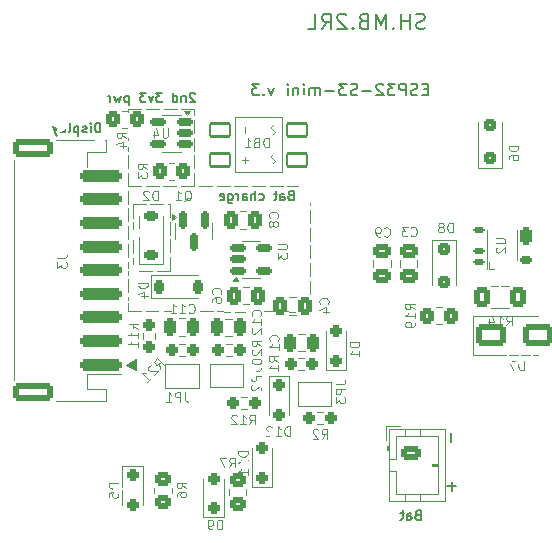
<source format=gbr>
%TF.GenerationSoftware,KiCad,Pcbnew,8.0.8*%
%TF.CreationDate,2025-02-25T00:33:20+03:00*%
%TF.ProjectId,SMHome_UniversalRound_ESP32_C3_Mini_v3,534d486f-6d65-45f5-956e-697665727361,12*%
%TF.SameCoordinates,Original*%
%TF.FileFunction,Legend,Bot*%
%TF.FilePolarity,Positive*%
%FSLAX46Y46*%
G04 Gerber Fmt 4.6, Leading zero omitted, Abs format (unit mm)*
G04 Created by KiCad (PCBNEW 8.0.8) date 2025-02-25 00:33:20*
%MOMM*%
%LPD*%
G01*
G04 APERTURE LIST*
G04 Aperture macros list*
%AMRoundRect*
0 Rectangle with rounded corners*
0 $1 Rounding radius*
0 $2 $3 $4 $5 $6 $7 $8 $9 X,Y pos of 4 corners*
0 Add a 4 corners polygon primitive as box body*
4,1,4,$2,$3,$4,$5,$6,$7,$8,$9,$2,$3,0*
0 Add four circle primitives for the rounded corners*
1,1,$1+$1,$2,$3*
1,1,$1+$1,$4,$5*
1,1,$1+$1,$6,$7*
1,1,$1+$1,$8,$9*
0 Add four rect primitives between the rounded corners*
20,1,$1+$1,$2,$3,$4,$5,0*
20,1,$1+$1,$4,$5,$6,$7,0*
20,1,$1+$1,$6,$7,$8,$9,0*
20,1,$1+$1,$8,$9,$2,$3,0*%
%AMFreePoly0*
4,1,6,1.000000,0.000000,0.500000,-0.750000,-0.500000,-0.750000,-0.500000,0.750000,0.500000,0.750000,1.000000,0.000000,1.000000,0.000000,$1*%
%AMFreePoly1*
4,1,6,0.500000,-0.750000,-0.650000,-0.750000,-0.150000,0.000000,-0.650000,0.750000,0.500000,0.750000,0.500000,-0.750000,0.500000,-0.750000,$1*%
G04 Aperture macros list end*
%ADD10C,0.100000*%
%ADD11C,0.150000*%
%ADD12C,0.200000*%
%ADD13C,0.120000*%
%ADD14C,0.101600*%
%ADD15R,1.700000X1.700000*%
%ADD16O,1.700000X1.700000*%
%ADD17C,2.400000*%
%ADD18O,2.400000X2.400000*%
%ADD19O,1.100000X1.700000*%
%ADD20C,2.200000*%
%ADD21R,1.600000X1.600000*%
%ADD22C,1.600000*%
%ADD23C,2.600000*%
%ADD24C,2.500000*%
%ADD25R,1.650000X1.650000*%
%ADD26C,1.800000*%
%ADD27RoundRect,0.250000X0.250000X-0.250000X0.250000X0.250000X-0.250000X0.250000X-0.250000X-0.250000X0*%
%ADD28RoundRect,0.225000X0.375000X-0.225000X0.375000X0.225000X-0.375000X0.225000X-0.375000X-0.225000X0*%
%ADD29RoundRect,0.250000X-0.450000X0.350000X-0.450000X-0.350000X0.450000X-0.350000X0.450000X0.350000X0*%
%ADD30RoundRect,0.250000X-0.350000X-0.450000X0.350000X-0.450000X0.350000X0.450000X-0.350000X0.450000X0*%
%ADD31RoundRect,0.250000X-1.000000X-0.650000X1.000000X-0.650000X1.000000X0.650000X-1.000000X0.650000X0*%
%ADD32FreePoly0,180.000000*%
%ADD33FreePoly1,180.000000*%
%ADD34RoundRect,0.125000X-0.375000X-0.125000X0.375000X-0.125000X0.375000X0.125000X-0.375000X0.125000X0*%
%ADD35RoundRect,0.250000X-0.250000X0.475000X-0.250000X-0.475000X0.250000X-0.475000X0.250000X0.475000X0*%
%ADD36RoundRect,0.175000X-0.325000X-0.175000X0.325000X-0.175000X0.325000X0.175000X-0.325000X0.175000X0*%
%ADD37RoundRect,0.250000X0.250000X0.475000X-0.250000X0.475000X-0.250000X-0.475000X0.250000X-0.475000X0*%
%ADD38RoundRect,0.250000X1.500000X-0.250000X1.500000X0.250000X-1.500000X0.250000X-1.500000X-0.250000X0*%
%ADD39RoundRect,0.250001X1.449999X-0.499999X1.449999X0.499999X-1.449999X0.499999X-1.449999X-0.499999X0*%
%ADD40RoundRect,0.101600X0.850000X-0.550000X0.850000X0.550000X-0.850000X0.550000X-0.850000X-0.550000X0*%
%ADD41RoundRect,0.101600X-0.850000X0.550000X-0.850000X-0.550000X0.850000X-0.550000X0.850000X0.550000X0*%
%ADD42FreePoly0,0.000000*%
%ADD43FreePoly1,0.000000*%
%ADD44RoundRect,0.250000X0.400000X0.625000X-0.400000X0.625000X-0.400000X-0.625000X0.400000X-0.625000X0*%
%ADD45RoundRect,0.250000X-0.337500X-0.475000X0.337500X-0.475000X0.337500X0.475000X-0.337500X0.475000X0*%
%ADD46RoundRect,0.250000X0.475000X-0.337500X0.475000X0.337500X-0.475000X0.337500X-0.475000X-0.337500X0*%
%ADD47RoundRect,0.237500X0.250000X0.237500X-0.250000X0.237500X-0.250000X-0.237500X0.250000X-0.237500X0*%
%ADD48RoundRect,0.250000X-0.625000X0.350000X-0.625000X-0.350000X0.625000X-0.350000X0.625000X0.350000X0*%
%ADD49O,1.750000X1.200000*%
%ADD50RoundRect,0.237500X-0.250000X-0.237500X0.250000X-0.237500X0.250000X0.237500X-0.250000X0.237500X0*%
%ADD51RoundRect,0.250000X-0.250000X0.250000X-0.250000X-0.250000X0.250000X-0.250000X0.250000X0.250000X0*%
%ADD52RoundRect,0.250000X-0.475000X0.337500X-0.475000X-0.337500X0.475000X-0.337500X0.475000X0.337500X0*%
%ADD53RoundRect,0.150000X0.512500X0.150000X-0.512500X0.150000X-0.512500X-0.150000X0.512500X-0.150000X0*%
%ADD54RoundRect,0.237500X0.237500X-0.250000X0.237500X0.250000X-0.237500X0.250000X-0.237500X-0.250000X0*%
%ADD55RoundRect,0.250000X0.350000X0.450000X-0.350000X0.450000X-0.350000X-0.450000X0.350000X-0.450000X0*%
%ADD56RoundRect,0.250000X0.300000X-0.300000X0.300000X0.300000X-0.300000X0.300000X-0.300000X-0.300000X0*%
%ADD57RoundRect,0.250000X-0.300000X0.300000X-0.300000X-0.300000X0.300000X-0.300000X0.300000X0.300000X0*%
%ADD58RoundRect,0.250000X-0.250000X-0.475000X0.250000X-0.475000X0.250000X0.475000X-0.250000X0.475000X0*%
%ADD59RoundRect,0.225000X-0.225000X-0.375000X0.225000X-0.375000X0.225000X0.375000X-0.225000X0.375000X0*%
%ADD60RoundRect,0.150000X-0.512500X-0.150000X0.512500X-0.150000X0.512500X0.150000X-0.512500X0.150000X0*%
%ADD61RoundRect,0.150000X-0.150000X0.587500X-0.150000X-0.587500X0.150000X-0.587500X0.150000X0.587500X0*%
%ADD62C,0.800000*%
%ADD63C,1.500000*%
G04 APERTURE END LIST*
D10*
X-12903200Y-3657600D02*
X-11803200Y-3657600D01*
X-11403200Y-3657600D02*
X-10303200Y-3657600D01*
X-9903200Y-3657600D02*
X-9321800Y-3657600D01*
X-12293600Y-8636000D02*
X-13106400Y-8229600D01*
X-12293600Y-7670800D01*
X-12293600Y-8636000D01*
G36*
X-12293600Y-8636000D02*
G01*
X-13106400Y-8229600D01*
X-12293600Y-7670800D01*
X-12293600Y-8636000D01*
G37*
X-12954000Y13411200D02*
X-12954000Y13208000D01*
X-12960350Y-3556000D02*
X-12956996Y-2456005D01*
X-12955777Y-2056007D02*
X-12952423Y-956012D01*
X-12951204Y-556014D02*
X-12947850Y543981D01*
X-12946631Y943979D02*
X-12943277Y2043974D01*
X-12942057Y2443972D02*
X-12938704Y3543967D01*
X-12937484Y3943965D02*
X-12934131Y5043960D01*
X-12932911Y5443958D02*
X-12929557Y6543953D01*
X-12928338Y6943951D02*
X-12924984Y8043946D01*
X-12923765Y8443944D02*
X-12920411Y9543939D01*
X-12919192Y9943937D02*
X-12915900Y11023600D01*
X-1409700Y-3670300D02*
X-309706Y-3673942D01*
X90292Y-3675267D02*
X1190286Y-3678909D01*
X1590284Y-3680234D02*
X2425699Y-3683000D01*
X-12547600Y5435600D02*
X-11447600Y5435600D01*
X-11047600Y5435600D02*
X-9947600Y5435600D01*
X-9547600Y5435600D02*
X-9398000Y5435600D01*
X-9398000Y5435600D02*
X-9398000Y4335600D01*
X-9398000Y3935600D02*
X-9398000Y2835600D01*
X-9398000Y2435600D02*
X-9398000Y1335600D01*
X-9398000Y935600D02*
X-9398000Y-164400D01*
X-9398000Y-228600D02*
X-10498000Y-228600D01*
X-10898000Y-228600D02*
X-11998000Y-228600D01*
X-12398000Y-228600D02*
X-12547600Y-228600D01*
X-12547600Y-228600D02*
X-12547600Y871400D01*
X-12547600Y1271400D02*
X-12547600Y2371400D01*
X-12547600Y2771400D02*
X-12547600Y3871400D01*
X-12547600Y4271400D02*
X-12547600Y5371400D01*
X-12915900Y13436600D02*
X-11815900Y13436600D01*
X-11415900Y13436600D02*
X-10315900Y13436600D01*
X-9915900Y13436600D02*
X-8815900Y13436600D01*
X-8415900Y13436600D02*
X-7315900Y13436600D01*
X-6870700Y-3670300D02*
X-5770706Y-3673942D01*
X-5370708Y-3675267D02*
X-4270714Y-3678909D01*
X-3870716Y-3680234D02*
X-3035301Y-3683000D01*
X-7302500Y6934200D02*
X-7302500Y8034200D01*
X-7302500Y8434200D02*
X-7302500Y9534200D01*
X-7302500Y9934200D02*
X-7302500Y11034200D01*
X-7302500Y11434200D02*
X-7302500Y12534200D01*
X-7302500Y12934200D02*
X-7302500Y13436600D01*
X2463800Y-3683000D02*
X2462276Y-2583001D01*
X2461722Y-2183001D02*
X2460199Y-1083002D01*
X2459645Y-683003D02*
X2458121Y416996D01*
X2457567Y816996D02*
X2456044Y1916995D01*
X2455490Y2316994D02*
X2453966Y3416993D01*
X2453412Y3816993D02*
X2451889Y4916992D01*
X2451335Y5316991D02*
X2451101Y5486400D01*
X-12928600Y6934200D02*
X-11828600Y6934200D01*
X-11428600Y6934200D02*
X-10328600Y6934200D01*
X-9928600Y6934200D02*
X-8828600Y6934200D01*
X-8428600Y6934200D02*
X-7328600Y6934200D01*
X-6928600Y6934200D02*
X-5828600Y6934200D01*
X-5428600Y6934200D02*
X-4328600Y6934200D01*
X-3928600Y6934200D02*
X-2828600Y6934200D01*
X-2428600Y6934200D02*
X-1328600Y6934200D01*
X-928600Y6934200D02*
X171400Y6934200D01*
X571400Y6934200D02*
X1473200Y6934200D01*
D11*
X-7261465Y14774115D02*
X-7299561Y14812210D01*
X-7299561Y14812210D02*
X-7375751Y14850305D01*
X-7375751Y14850305D02*
X-7566227Y14850305D01*
X-7566227Y14850305D02*
X-7642418Y14812210D01*
X-7642418Y14812210D02*
X-7680513Y14774115D01*
X-7680513Y14774115D02*
X-7718608Y14697924D01*
X-7718608Y14697924D02*
X-7718608Y14621734D01*
X-7718608Y14621734D02*
X-7680513Y14507448D01*
X-7680513Y14507448D02*
X-7223370Y14050305D01*
X-7223370Y14050305D02*
X-7718608Y14050305D01*
X-8061466Y14583639D02*
X-8061466Y14050305D01*
X-8061466Y14507448D02*
X-8099561Y14545543D01*
X-8099561Y14545543D02*
X-8175751Y14583639D01*
X-8175751Y14583639D02*
X-8290037Y14583639D01*
X-8290037Y14583639D02*
X-8366228Y14545543D01*
X-8366228Y14545543D02*
X-8404323Y14469353D01*
X-8404323Y14469353D02*
X-8404323Y14050305D01*
X-9128133Y14050305D02*
X-9128133Y14850305D01*
X-9128133Y14088400D02*
X-9051942Y14050305D01*
X-9051942Y14050305D02*
X-8899561Y14050305D01*
X-8899561Y14050305D02*
X-8823371Y14088400D01*
X-8823371Y14088400D02*
X-8785276Y14126496D01*
X-8785276Y14126496D02*
X-8747180Y14202686D01*
X-8747180Y14202686D02*
X-8747180Y14431258D01*
X-8747180Y14431258D02*
X-8785276Y14507448D01*
X-8785276Y14507448D02*
X-8823371Y14545543D01*
X-8823371Y14545543D02*
X-8899561Y14583639D01*
X-8899561Y14583639D02*
X-9051942Y14583639D01*
X-9051942Y14583639D02*
X-9128133Y14545543D01*
X-10042419Y14850305D02*
X-10537657Y14850305D01*
X-10537657Y14850305D02*
X-10270991Y14545543D01*
X-10270991Y14545543D02*
X-10385276Y14545543D01*
X-10385276Y14545543D02*
X-10461467Y14507448D01*
X-10461467Y14507448D02*
X-10499562Y14469353D01*
X-10499562Y14469353D02*
X-10537657Y14393162D01*
X-10537657Y14393162D02*
X-10537657Y14202686D01*
X-10537657Y14202686D02*
X-10499562Y14126496D01*
X-10499562Y14126496D02*
X-10461467Y14088400D01*
X-10461467Y14088400D02*
X-10385276Y14050305D01*
X-10385276Y14050305D02*
X-10156705Y14050305D01*
X-10156705Y14050305D02*
X-10080514Y14088400D01*
X-10080514Y14088400D02*
X-10042419Y14126496D01*
X-10804324Y14583639D02*
X-10994800Y14050305D01*
X-10994800Y14050305D02*
X-11185277Y14583639D01*
X-11413848Y14850305D02*
X-11909086Y14850305D01*
X-11909086Y14850305D02*
X-11642420Y14545543D01*
X-11642420Y14545543D02*
X-11756705Y14545543D01*
X-11756705Y14545543D02*
X-11832896Y14507448D01*
X-11832896Y14507448D02*
X-11870991Y14469353D01*
X-11870991Y14469353D02*
X-11909086Y14393162D01*
X-11909086Y14393162D02*
X-11909086Y14202686D01*
X-11909086Y14202686D02*
X-11870991Y14126496D01*
X-11870991Y14126496D02*
X-11832896Y14088400D01*
X-11832896Y14088400D02*
X-11756705Y14050305D01*
X-11756705Y14050305D02*
X-11528134Y14050305D01*
X-11528134Y14050305D02*
X-11451943Y14088400D01*
X-11451943Y14088400D02*
X-11413848Y14126496D01*
X-12861468Y14583639D02*
X-12861468Y13783639D01*
X-12861468Y14545543D02*
X-12937658Y14583639D01*
X-12937658Y14583639D02*
X-13090039Y14583639D01*
X-13090039Y14583639D02*
X-13166230Y14545543D01*
X-13166230Y14545543D02*
X-13204325Y14507448D01*
X-13204325Y14507448D02*
X-13242420Y14431258D01*
X-13242420Y14431258D02*
X-13242420Y14202686D01*
X-13242420Y14202686D02*
X-13204325Y14126496D01*
X-13204325Y14126496D02*
X-13166230Y14088400D01*
X-13166230Y14088400D02*
X-13090039Y14050305D01*
X-13090039Y14050305D02*
X-12937658Y14050305D01*
X-12937658Y14050305D02*
X-12861468Y14088400D01*
X-13509087Y14583639D02*
X-13661468Y14050305D01*
X-13661468Y14050305D02*
X-13813849Y14431258D01*
X-13813849Y14431258D02*
X-13966230Y14050305D01*
X-13966230Y14050305D02*
X-14118611Y14583639D01*
X-14423373Y14050305D02*
X-14423373Y14583639D01*
X-14423373Y14431258D02*
X-14461468Y14507448D01*
X-14461468Y14507448D02*
X-14499563Y14545543D01*
X-14499563Y14545543D02*
X-14575754Y14583639D01*
X-14575754Y14583639D02*
X-14651944Y14583639D01*
D12*
X12432021Y15134591D02*
X12098688Y15134591D01*
X11955831Y14610781D02*
X12432021Y14610781D01*
X12432021Y14610781D02*
X12432021Y15610781D01*
X12432021Y15610781D02*
X11955831Y15610781D01*
X11574878Y14658400D02*
X11432021Y14610781D01*
X11432021Y14610781D02*
X11193926Y14610781D01*
X11193926Y14610781D02*
X11098688Y14658400D01*
X11098688Y14658400D02*
X11051069Y14706020D01*
X11051069Y14706020D02*
X11003450Y14801258D01*
X11003450Y14801258D02*
X11003450Y14896496D01*
X11003450Y14896496D02*
X11051069Y14991734D01*
X11051069Y14991734D02*
X11098688Y15039353D01*
X11098688Y15039353D02*
X11193926Y15086972D01*
X11193926Y15086972D02*
X11384402Y15134591D01*
X11384402Y15134591D02*
X11479640Y15182210D01*
X11479640Y15182210D02*
X11527259Y15229829D01*
X11527259Y15229829D02*
X11574878Y15325067D01*
X11574878Y15325067D02*
X11574878Y15420305D01*
X11574878Y15420305D02*
X11527259Y15515543D01*
X11527259Y15515543D02*
X11479640Y15563162D01*
X11479640Y15563162D02*
X11384402Y15610781D01*
X11384402Y15610781D02*
X11146307Y15610781D01*
X11146307Y15610781D02*
X11003450Y15563162D01*
X10574878Y14610781D02*
X10574878Y15610781D01*
X10574878Y15610781D02*
X10193926Y15610781D01*
X10193926Y15610781D02*
X10098688Y15563162D01*
X10098688Y15563162D02*
X10051069Y15515543D01*
X10051069Y15515543D02*
X10003450Y15420305D01*
X10003450Y15420305D02*
X10003450Y15277448D01*
X10003450Y15277448D02*
X10051069Y15182210D01*
X10051069Y15182210D02*
X10098688Y15134591D01*
X10098688Y15134591D02*
X10193926Y15086972D01*
X10193926Y15086972D02*
X10574878Y15086972D01*
X9670116Y15610781D02*
X9051069Y15610781D01*
X9051069Y15610781D02*
X9384402Y15229829D01*
X9384402Y15229829D02*
X9241545Y15229829D01*
X9241545Y15229829D02*
X9146307Y15182210D01*
X9146307Y15182210D02*
X9098688Y15134591D01*
X9098688Y15134591D02*
X9051069Y15039353D01*
X9051069Y15039353D02*
X9051069Y14801258D01*
X9051069Y14801258D02*
X9098688Y14706020D01*
X9098688Y14706020D02*
X9146307Y14658400D01*
X9146307Y14658400D02*
X9241545Y14610781D01*
X9241545Y14610781D02*
X9527259Y14610781D01*
X9527259Y14610781D02*
X9622497Y14658400D01*
X9622497Y14658400D02*
X9670116Y14706020D01*
X8670116Y15515543D02*
X8622497Y15563162D01*
X8622497Y15563162D02*
X8527259Y15610781D01*
X8527259Y15610781D02*
X8289164Y15610781D01*
X8289164Y15610781D02*
X8193926Y15563162D01*
X8193926Y15563162D02*
X8146307Y15515543D01*
X8146307Y15515543D02*
X8098688Y15420305D01*
X8098688Y15420305D02*
X8098688Y15325067D01*
X8098688Y15325067D02*
X8146307Y15182210D01*
X8146307Y15182210D02*
X8717735Y14610781D01*
X8717735Y14610781D02*
X8098688Y14610781D01*
X7670116Y14991734D02*
X6908212Y14991734D01*
X6479640Y14658400D02*
X6336783Y14610781D01*
X6336783Y14610781D02*
X6098688Y14610781D01*
X6098688Y14610781D02*
X6003450Y14658400D01*
X6003450Y14658400D02*
X5955831Y14706020D01*
X5955831Y14706020D02*
X5908212Y14801258D01*
X5908212Y14801258D02*
X5908212Y14896496D01*
X5908212Y14896496D02*
X5955831Y14991734D01*
X5955831Y14991734D02*
X6003450Y15039353D01*
X6003450Y15039353D02*
X6098688Y15086972D01*
X6098688Y15086972D02*
X6289164Y15134591D01*
X6289164Y15134591D02*
X6384402Y15182210D01*
X6384402Y15182210D02*
X6432021Y15229829D01*
X6432021Y15229829D02*
X6479640Y15325067D01*
X6479640Y15325067D02*
X6479640Y15420305D01*
X6479640Y15420305D02*
X6432021Y15515543D01*
X6432021Y15515543D02*
X6384402Y15563162D01*
X6384402Y15563162D02*
X6289164Y15610781D01*
X6289164Y15610781D02*
X6051069Y15610781D01*
X6051069Y15610781D02*
X5908212Y15563162D01*
X5574878Y15610781D02*
X4955831Y15610781D01*
X4955831Y15610781D02*
X5289164Y15229829D01*
X5289164Y15229829D02*
X5146307Y15229829D01*
X5146307Y15229829D02*
X5051069Y15182210D01*
X5051069Y15182210D02*
X5003450Y15134591D01*
X5003450Y15134591D02*
X4955831Y15039353D01*
X4955831Y15039353D02*
X4955831Y14801258D01*
X4955831Y14801258D02*
X5003450Y14706020D01*
X5003450Y14706020D02*
X5051069Y14658400D01*
X5051069Y14658400D02*
X5146307Y14610781D01*
X5146307Y14610781D02*
X5432021Y14610781D01*
X5432021Y14610781D02*
X5527259Y14658400D01*
X5527259Y14658400D02*
X5574878Y14706020D01*
X4527259Y14991734D02*
X3765355Y14991734D01*
X3289164Y14610781D02*
X3289164Y15277448D01*
X3289164Y15182210D02*
X3241545Y15229829D01*
X3241545Y15229829D02*
X3146307Y15277448D01*
X3146307Y15277448D02*
X3003450Y15277448D01*
X3003450Y15277448D02*
X2908212Y15229829D01*
X2908212Y15229829D02*
X2860593Y15134591D01*
X2860593Y15134591D02*
X2860593Y14610781D01*
X2860593Y15134591D02*
X2812974Y15229829D01*
X2812974Y15229829D02*
X2717736Y15277448D01*
X2717736Y15277448D02*
X2574879Y15277448D01*
X2574879Y15277448D02*
X2479640Y15229829D01*
X2479640Y15229829D02*
X2432021Y15134591D01*
X2432021Y15134591D02*
X2432021Y14610781D01*
X1955831Y14610781D02*
X1955831Y15277448D01*
X1955831Y15610781D02*
X2003450Y15563162D01*
X2003450Y15563162D02*
X1955831Y15515543D01*
X1955831Y15515543D02*
X1908212Y15563162D01*
X1908212Y15563162D02*
X1955831Y15610781D01*
X1955831Y15610781D02*
X1955831Y15515543D01*
X1479641Y15277448D02*
X1479641Y14610781D01*
X1479641Y15182210D02*
X1432022Y15229829D01*
X1432022Y15229829D02*
X1336784Y15277448D01*
X1336784Y15277448D02*
X1193927Y15277448D01*
X1193927Y15277448D02*
X1098689Y15229829D01*
X1098689Y15229829D02*
X1051070Y15134591D01*
X1051070Y15134591D02*
X1051070Y14610781D01*
X574879Y14610781D02*
X574879Y15277448D01*
X574879Y15610781D02*
X622498Y15563162D01*
X622498Y15563162D02*
X574879Y15515543D01*
X574879Y15515543D02*
X527260Y15563162D01*
X527260Y15563162D02*
X574879Y15610781D01*
X574879Y15610781D02*
X574879Y15515543D01*
X-567978Y15277448D02*
X-806073Y14610781D01*
X-806073Y14610781D02*
X-1044168Y15277448D01*
X-1425121Y14706020D02*
X-1472740Y14658400D01*
X-1472740Y14658400D02*
X-1425121Y14610781D01*
X-1425121Y14610781D02*
X-1377502Y14658400D01*
X-1377502Y14658400D02*
X-1425121Y14706020D01*
X-1425121Y14706020D02*
X-1425121Y14610781D01*
X-1806073Y15610781D02*
X-2425120Y15610781D01*
X-2425120Y15610781D02*
X-2091787Y15229829D01*
X-2091787Y15229829D02*
X-2234644Y15229829D01*
X-2234644Y15229829D02*
X-2329882Y15182210D01*
X-2329882Y15182210D02*
X-2377501Y15134591D01*
X-2377501Y15134591D02*
X-2425120Y15039353D01*
X-2425120Y15039353D02*
X-2425120Y14801258D01*
X-2425120Y14801258D02*
X-2377501Y14706020D01*
X-2377501Y14706020D02*
X-2329882Y14658400D01*
X-2329882Y14658400D02*
X-2234644Y14610781D01*
X-2234644Y14610781D02*
X-1948930Y14610781D01*
X-1948930Y14610781D02*
X-1853692Y14658400D01*
X-1853692Y14658400D02*
X-1806073Y14706020D01*
D11*
X-15300561Y11484905D02*
X-15300561Y12284905D01*
X-15300561Y12284905D02*
X-15491037Y12284905D01*
X-15491037Y12284905D02*
X-15605323Y12246810D01*
X-15605323Y12246810D02*
X-15681513Y12170620D01*
X-15681513Y12170620D02*
X-15719608Y12094429D01*
X-15719608Y12094429D02*
X-15757704Y11942048D01*
X-15757704Y11942048D02*
X-15757704Y11827762D01*
X-15757704Y11827762D02*
X-15719608Y11675381D01*
X-15719608Y11675381D02*
X-15681513Y11599191D01*
X-15681513Y11599191D02*
X-15605323Y11523000D01*
X-15605323Y11523000D02*
X-15491037Y11484905D01*
X-15491037Y11484905D02*
X-15300561Y11484905D01*
X-16100561Y11484905D02*
X-16100561Y12018239D01*
X-16100561Y12284905D02*
X-16062465Y12246810D01*
X-16062465Y12246810D02*
X-16100561Y12208715D01*
X-16100561Y12208715D02*
X-16138656Y12246810D01*
X-16138656Y12246810D02*
X-16100561Y12284905D01*
X-16100561Y12284905D02*
X-16100561Y12208715D01*
X-16443417Y11523000D02*
X-16519608Y11484905D01*
X-16519608Y11484905D02*
X-16671989Y11484905D01*
X-16671989Y11484905D02*
X-16748179Y11523000D01*
X-16748179Y11523000D02*
X-16786275Y11599191D01*
X-16786275Y11599191D02*
X-16786275Y11637286D01*
X-16786275Y11637286D02*
X-16748179Y11713477D01*
X-16748179Y11713477D02*
X-16671989Y11751572D01*
X-16671989Y11751572D02*
X-16557703Y11751572D01*
X-16557703Y11751572D02*
X-16481513Y11789667D01*
X-16481513Y11789667D02*
X-16443417Y11865858D01*
X-16443417Y11865858D02*
X-16443417Y11903953D01*
X-16443417Y11903953D02*
X-16481513Y11980143D01*
X-16481513Y11980143D02*
X-16557703Y12018239D01*
X-16557703Y12018239D02*
X-16671989Y12018239D01*
X-16671989Y12018239D02*
X-16748179Y11980143D01*
X-17129132Y12018239D02*
X-17129132Y11218239D01*
X-17129132Y11980143D02*
X-17205322Y12018239D01*
X-17205322Y12018239D02*
X-17357703Y12018239D01*
X-17357703Y12018239D02*
X-17433894Y11980143D01*
X-17433894Y11980143D02*
X-17471989Y11942048D01*
X-17471989Y11942048D02*
X-17510084Y11865858D01*
X-17510084Y11865858D02*
X-17510084Y11637286D01*
X-17510084Y11637286D02*
X-17471989Y11561096D01*
X-17471989Y11561096D02*
X-17433894Y11523000D01*
X-17433894Y11523000D02*
X-17357703Y11484905D01*
X-17357703Y11484905D02*
X-17205322Y11484905D01*
X-17205322Y11484905D02*
X-17129132Y11523000D01*
X-17967227Y11484905D02*
X-17891037Y11523000D01*
X-17891037Y11523000D02*
X-17852942Y11599191D01*
X-17852942Y11599191D02*
X-17852942Y12284905D01*
X-18614847Y11484905D02*
X-18614847Y11903953D01*
X-18614847Y11903953D02*
X-18576752Y11980143D01*
X-18576752Y11980143D02*
X-18500561Y12018239D01*
X-18500561Y12018239D02*
X-18348180Y12018239D01*
X-18348180Y12018239D02*
X-18271990Y11980143D01*
X-18614847Y11523000D02*
X-18538656Y11484905D01*
X-18538656Y11484905D02*
X-18348180Y11484905D01*
X-18348180Y11484905D02*
X-18271990Y11523000D01*
X-18271990Y11523000D02*
X-18233894Y11599191D01*
X-18233894Y11599191D02*
X-18233894Y11675381D01*
X-18233894Y11675381D02*
X-18271990Y11751572D01*
X-18271990Y11751572D02*
X-18348180Y11789667D01*
X-18348180Y11789667D02*
X-18538656Y11789667D01*
X-18538656Y11789667D02*
X-18614847Y11827762D01*
X-18919609Y12018239D02*
X-19110085Y11484905D01*
X-19300562Y12018239D02*
X-19110085Y11484905D01*
X-19110085Y11484905D02*
X-19033895Y11294429D01*
X-19033895Y11294429D02*
X-18995800Y11256334D01*
X-18995800Y11256334D02*
X-18919609Y11218239D01*
D12*
X12217563Y20298863D02*
X12030619Y20236549D01*
X12030619Y20236549D02*
X11719046Y20236549D01*
X11719046Y20236549D02*
X11594416Y20298863D01*
X11594416Y20298863D02*
X11532102Y20361178D01*
X11532102Y20361178D02*
X11469787Y20485807D01*
X11469787Y20485807D02*
X11469787Y20610437D01*
X11469787Y20610437D02*
X11532102Y20735066D01*
X11532102Y20735066D02*
X11594416Y20797381D01*
X11594416Y20797381D02*
X11719046Y20859695D01*
X11719046Y20859695D02*
X11968304Y20922010D01*
X11968304Y20922010D02*
X12092934Y20984325D01*
X12092934Y20984325D02*
X12155248Y21046639D01*
X12155248Y21046639D02*
X12217563Y21171269D01*
X12217563Y21171269D02*
X12217563Y21295898D01*
X12217563Y21295898D02*
X12155248Y21420527D01*
X12155248Y21420527D02*
X12092934Y21482842D01*
X12092934Y21482842D02*
X11968304Y21545157D01*
X11968304Y21545157D02*
X11656731Y21545157D01*
X11656731Y21545157D02*
X11469787Y21482842D01*
X10908955Y20236549D02*
X10908955Y21545157D01*
X10908955Y20922010D02*
X10161179Y20922010D01*
X10161179Y20236549D02*
X10161179Y21545157D01*
X9538032Y20361178D02*
X9475718Y20298863D01*
X9475718Y20298863D02*
X9538032Y20236549D01*
X9538032Y20236549D02*
X9600347Y20298863D01*
X9600347Y20298863D02*
X9538032Y20361178D01*
X9538032Y20361178D02*
X9538032Y20236549D01*
X8914885Y20236549D02*
X8914885Y21545157D01*
X8914885Y21545157D02*
X8478683Y20610437D01*
X8478683Y20610437D02*
X8042480Y21545157D01*
X8042480Y21545157D02*
X8042480Y20236549D01*
X6983131Y20922010D02*
X6796187Y20859695D01*
X6796187Y20859695D02*
X6733872Y20797381D01*
X6733872Y20797381D02*
X6671557Y20672751D01*
X6671557Y20672751D02*
X6671557Y20485807D01*
X6671557Y20485807D02*
X6733872Y20361178D01*
X6733872Y20361178D02*
X6796187Y20298863D01*
X6796187Y20298863D02*
X6920816Y20236549D01*
X6920816Y20236549D02*
X7419333Y20236549D01*
X7419333Y20236549D02*
X7419333Y21545157D01*
X7419333Y21545157D02*
X6983131Y21545157D01*
X6983131Y21545157D02*
X6858501Y21482842D01*
X6858501Y21482842D02*
X6796187Y21420527D01*
X6796187Y21420527D02*
X6733872Y21295898D01*
X6733872Y21295898D02*
X6733872Y21171269D01*
X6733872Y21171269D02*
X6796187Y21046639D01*
X6796187Y21046639D02*
X6858501Y20984325D01*
X6858501Y20984325D02*
X6983131Y20922010D01*
X6983131Y20922010D02*
X7419333Y20922010D01*
X6110725Y20361178D02*
X6048411Y20298863D01*
X6048411Y20298863D02*
X6110725Y20236549D01*
X6110725Y20236549D02*
X6173040Y20298863D01*
X6173040Y20298863D02*
X6110725Y20361178D01*
X6110725Y20361178D02*
X6110725Y20236549D01*
X5549893Y21420527D02*
X5487578Y21482842D01*
X5487578Y21482842D02*
X5362949Y21545157D01*
X5362949Y21545157D02*
X5051376Y21545157D01*
X5051376Y21545157D02*
X4926746Y21482842D01*
X4926746Y21482842D02*
X4864432Y21420527D01*
X4864432Y21420527D02*
X4802117Y21295898D01*
X4802117Y21295898D02*
X4802117Y21171269D01*
X4802117Y21171269D02*
X4864432Y20984325D01*
X4864432Y20984325D02*
X5612208Y20236549D01*
X5612208Y20236549D02*
X4802117Y20236549D01*
X3493509Y20236549D02*
X3929712Y20859695D01*
X4241285Y20236549D02*
X4241285Y21545157D01*
X4241285Y21545157D02*
X3742768Y21545157D01*
X3742768Y21545157D02*
X3618139Y21482842D01*
X3618139Y21482842D02*
X3555824Y21420527D01*
X3555824Y21420527D02*
X3493509Y21295898D01*
X3493509Y21295898D02*
X3493509Y21108954D01*
X3493509Y21108954D02*
X3555824Y20984325D01*
X3555824Y20984325D02*
X3618139Y20922010D01*
X3618139Y20922010D02*
X3742768Y20859695D01*
X3742768Y20859695D02*
X4241285Y20859695D01*
X2309531Y20236549D02*
X2932677Y20236549D01*
X2932677Y20236549D02*
X2932677Y21545157D01*
D11*
X841173Y6163553D02*
X726887Y6125458D01*
X726887Y6125458D02*
X688792Y6087362D01*
X688792Y6087362D02*
X650696Y6011172D01*
X650696Y6011172D02*
X650696Y5896886D01*
X650696Y5896886D02*
X688792Y5820696D01*
X688792Y5820696D02*
X726887Y5782600D01*
X726887Y5782600D02*
X803077Y5744505D01*
X803077Y5744505D02*
X1107839Y5744505D01*
X1107839Y5744505D02*
X1107839Y6544505D01*
X1107839Y6544505D02*
X841173Y6544505D01*
X841173Y6544505D02*
X764982Y6506410D01*
X764982Y6506410D02*
X726887Y6468315D01*
X726887Y6468315D02*
X688792Y6392124D01*
X688792Y6392124D02*
X688792Y6315934D01*
X688792Y6315934D02*
X726887Y6239743D01*
X726887Y6239743D02*
X764982Y6201648D01*
X764982Y6201648D02*
X841173Y6163553D01*
X841173Y6163553D02*
X1107839Y6163553D01*
X-35018Y5744505D02*
X-35018Y6163553D01*
X-35018Y6163553D02*
X3077Y6239743D01*
X3077Y6239743D02*
X79268Y6277839D01*
X79268Y6277839D02*
X231649Y6277839D01*
X231649Y6277839D02*
X307839Y6239743D01*
X-35018Y5782600D02*
X41173Y5744505D01*
X41173Y5744505D02*
X231649Y5744505D01*
X231649Y5744505D02*
X307839Y5782600D01*
X307839Y5782600D02*
X345935Y5858791D01*
X345935Y5858791D02*
X345935Y5934981D01*
X345935Y5934981D02*
X307839Y6011172D01*
X307839Y6011172D02*
X231649Y6049267D01*
X231649Y6049267D02*
X41173Y6049267D01*
X41173Y6049267D02*
X-35018Y6087362D01*
X-301685Y6277839D02*
X-606447Y6277839D01*
X-415971Y6544505D02*
X-415971Y5858791D01*
X-415971Y5858791D02*
X-454066Y5782600D01*
X-454066Y5782600D02*
X-530256Y5744505D01*
X-530256Y5744505D02*
X-606447Y5744505D01*
X-1825495Y5782600D02*
X-1749304Y5744505D01*
X-1749304Y5744505D02*
X-1596923Y5744505D01*
X-1596923Y5744505D02*
X-1520733Y5782600D01*
X-1520733Y5782600D02*
X-1482638Y5820696D01*
X-1482638Y5820696D02*
X-1444542Y5896886D01*
X-1444542Y5896886D02*
X-1444542Y6125458D01*
X-1444542Y6125458D02*
X-1482638Y6201648D01*
X-1482638Y6201648D02*
X-1520733Y6239743D01*
X-1520733Y6239743D02*
X-1596923Y6277839D01*
X-1596923Y6277839D02*
X-1749304Y6277839D01*
X-1749304Y6277839D02*
X-1825495Y6239743D01*
X-2168352Y5744505D02*
X-2168352Y6544505D01*
X-2511209Y5744505D02*
X-2511209Y6163553D01*
X-2511209Y6163553D02*
X-2473114Y6239743D01*
X-2473114Y6239743D02*
X-2396923Y6277839D01*
X-2396923Y6277839D02*
X-2282637Y6277839D01*
X-2282637Y6277839D02*
X-2206447Y6239743D01*
X-2206447Y6239743D02*
X-2168352Y6201648D01*
X-3235019Y5744505D02*
X-3235019Y6163553D01*
X-3235019Y6163553D02*
X-3196924Y6239743D01*
X-3196924Y6239743D02*
X-3120733Y6277839D01*
X-3120733Y6277839D02*
X-2968352Y6277839D01*
X-2968352Y6277839D02*
X-2892162Y6239743D01*
X-3235019Y5782600D02*
X-3158828Y5744505D01*
X-3158828Y5744505D02*
X-2968352Y5744505D01*
X-2968352Y5744505D02*
X-2892162Y5782600D01*
X-2892162Y5782600D02*
X-2854066Y5858791D01*
X-2854066Y5858791D02*
X-2854066Y5934981D01*
X-2854066Y5934981D02*
X-2892162Y6011172D01*
X-2892162Y6011172D02*
X-2968352Y6049267D01*
X-2968352Y6049267D02*
X-3158828Y6049267D01*
X-3158828Y6049267D02*
X-3235019Y6087362D01*
X-3615972Y5744505D02*
X-3615972Y6277839D01*
X-3615972Y6125458D02*
X-3654067Y6201648D01*
X-3654067Y6201648D02*
X-3692162Y6239743D01*
X-3692162Y6239743D02*
X-3768353Y6277839D01*
X-3768353Y6277839D02*
X-3844543Y6277839D01*
X-4454067Y6277839D02*
X-4454067Y5630220D01*
X-4454067Y5630220D02*
X-4415972Y5554029D01*
X-4415972Y5554029D02*
X-4377876Y5515934D01*
X-4377876Y5515934D02*
X-4301686Y5477839D01*
X-4301686Y5477839D02*
X-4187400Y5477839D01*
X-4187400Y5477839D02*
X-4111210Y5515934D01*
X-4454067Y5782600D02*
X-4377876Y5744505D01*
X-4377876Y5744505D02*
X-4225495Y5744505D01*
X-4225495Y5744505D02*
X-4149305Y5782600D01*
X-4149305Y5782600D02*
X-4111210Y5820696D01*
X-4111210Y5820696D02*
X-4073114Y5896886D01*
X-4073114Y5896886D02*
X-4073114Y6125458D01*
X-4073114Y6125458D02*
X-4111210Y6201648D01*
X-4111210Y6201648D02*
X-4149305Y6239743D01*
X-4149305Y6239743D02*
X-4225495Y6277839D01*
X-4225495Y6277839D02*
X-4377876Y6277839D01*
X-4377876Y6277839D02*
X-4454067Y6239743D01*
X-5139782Y5782600D02*
X-5063591Y5744505D01*
X-5063591Y5744505D02*
X-4911210Y5744505D01*
X-4911210Y5744505D02*
X-4835020Y5782600D01*
X-4835020Y5782600D02*
X-4796924Y5858791D01*
X-4796924Y5858791D02*
X-4796924Y6163553D01*
X-4796924Y6163553D02*
X-4835020Y6239743D01*
X-4835020Y6239743D02*
X-4911210Y6277839D01*
X-4911210Y6277839D02*
X-5063591Y6277839D01*
X-5063591Y6277839D02*
X-5139782Y6239743D01*
X-5139782Y6239743D02*
X-5177877Y6163553D01*
X-5177877Y6163553D02*
X-5177877Y6087362D01*
X-5177877Y6087362D02*
X-4796924Y6011172D01*
X11585373Y-20887447D02*
X11471087Y-20925542D01*
X11471087Y-20925542D02*
X11432992Y-20963638D01*
X11432992Y-20963638D02*
X11394896Y-21039828D01*
X11394896Y-21039828D02*
X11394896Y-21154114D01*
X11394896Y-21154114D02*
X11432992Y-21230304D01*
X11432992Y-21230304D02*
X11471087Y-21268400D01*
X11471087Y-21268400D02*
X11547277Y-21306495D01*
X11547277Y-21306495D02*
X11852039Y-21306495D01*
X11852039Y-21306495D02*
X11852039Y-20506495D01*
X11852039Y-20506495D02*
X11585373Y-20506495D01*
X11585373Y-20506495D02*
X11509182Y-20544590D01*
X11509182Y-20544590D02*
X11471087Y-20582685D01*
X11471087Y-20582685D02*
X11432992Y-20658876D01*
X11432992Y-20658876D02*
X11432992Y-20735066D01*
X11432992Y-20735066D02*
X11471087Y-20811257D01*
X11471087Y-20811257D02*
X11509182Y-20849352D01*
X11509182Y-20849352D02*
X11585373Y-20887447D01*
X11585373Y-20887447D02*
X11852039Y-20887447D01*
X10709182Y-21306495D02*
X10709182Y-20887447D01*
X10709182Y-20887447D02*
X10747277Y-20811257D01*
X10747277Y-20811257D02*
X10823468Y-20773161D01*
X10823468Y-20773161D02*
X10975849Y-20773161D01*
X10975849Y-20773161D02*
X11052039Y-20811257D01*
X10709182Y-21268400D02*
X10785373Y-21306495D01*
X10785373Y-21306495D02*
X10975849Y-21306495D01*
X10975849Y-21306495D02*
X11052039Y-21268400D01*
X11052039Y-21268400D02*
X11090135Y-21192209D01*
X11090135Y-21192209D02*
X11090135Y-21116019D01*
X11090135Y-21116019D02*
X11052039Y-21039828D01*
X11052039Y-21039828D02*
X10975849Y-21001733D01*
X10975849Y-21001733D02*
X10785373Y-21001733D01*
X10785373Y-21001733D02*
X10709182Y-20963638D01*
X10442515Y-20773161D02*
X10137753Y-20773161D01*
X10328229Y-20506495D02*
X10328229Y-21192209D01*
X10328229Y-21192209D02*
X10290134Y-21268400D01*
X10290134Y-21268400D02*
X10213944Y-21306495D01*
X10213944Y-21306495D02*
X10137753Y-21306495D01*
D12*
X14870326Y-18460066D02*
X14108422Y-18460066D01*
X14489374Y-18841019D02*
X14489374Y-18079114D01*
X14397034Y-13962192D02*
X14397034Y-14724097D01*
D10*
X6638695Y-6267524D02*
X5838695Y-6267524D01*
X5838695Y-6267524D02*
X5838695Y-6458000D01*
X5838695Y-6458000D02*
X5876790Y-6572286D01*
X5876790Y-6572286D02*
X5952980Y-6648476D01*
X5952980Y-6648476D02*
X6029171Y-6686571D01*
X6029171Y-6686571D02*
X6181552Y-6724667D01*
X6181552Y-6724667D02*
X6295838Y-6724667D01*
X6295838Y-6724667D02*
X6448219Y-6686571D01*
X6448219Y-6686571D02*
X6524409Y-6648476D01*
X6524409Y-6648476D02*
X6600600Y-6572286D01*
X6600600Y-6572286D02*
X6638695Y-6458000D01*
X6638695Y-6458000D02*
X6638695Y-6267524D01*
X6638695Y-7486571D02*
X6638695Y-7029428D01*
X6638695Y-7258000D02*
X5838695Y-7258000D01*
X5838695Y-7258000D02*
X5952980Y-7181809D01*
X5952980Y-7181809D02*
X6029171Y-7105619D01*
X6029171Y-7105619D02*
X6067266Y-7029428D01*
X-10407725Y5756505D02*
X-10407725Y6556505D01*
X-10407725Y6556505D02*
X-10598201Y6556505D01*
X-10598201Y6556505D02*
X-10712487Y6518410D01*
X-10712487Y6518410D02*
X-10788677Y6442220D01*
X-10788677Y6442220D02*
X-10826772Y6366029D01*
X-10826772Y6366029D02*
X-10864868Y6213648D01*
X-10864868Y6213648D02*
X-10864868Y6099362D01*
X-10864868Y6099362D02*
X-10826772Y5946981D01*
X-10826772Y5946981D02*
X-10788677Y5870791D01*
X-10788677Y5870791D02*
X-10712487Y5794600D01*
X-10712487Y5794600D02*
X-10598201Y5756505D01*
X-10598201Y5756505D02*
X-10407725Y5756505D01*
X-11169629Y6480315D02*
X-11207725Y6518410D01*
X-11207725Y6518410D02*
X-11283915Y6556505D01*
X-11283915Y6556505D02*
X-11474391Y6556505D01*
X-11474391Y6556505D02*
X-11550582Y6518410D01*
X-11550582Y6518410D02*
X-11588677Y6480315D01*
X-11588677Y6480315D02*
X-11626772Y6404124D01*
X-11626772Y6404124D02*
X-11626772Y6327934D01*
X-11626772Y6327934D02*
X-11588677Y6213648D01*
X-11588677Y6213648D02*
X-11131534Y5756505D01*
X-11131534Y5756505D02*
X-11626772Y5756505D01*
X-4362468Y-16874895D02*
X-4095801Y-16493942D01*
X-3905325Y-16874895D02*
X-3905325Y-16074895D01*
X-3905325Y-16074895D02*
X-4210087Y-16074895D01*
X-4210087Y-16074895D02*
X-4286277Y-16112990D01*
X-4286277Y-16112990D02*
X-4324372Y-16151085D01*
X-4324372Y-16151085D02*
X-4362468Y-16227276D01*
X-4362468Y-16227276D02*
X-4362468Y-16341561D01*
X-4362468Y-16341561D02*
X-4324372Y-16417752D01*
X-4324372Y-16417752D02*
X-4286277Y-16455847D01*
X-4286277Y-16455847D02*
X-4210087Y-16493942D01*
X-4210087Y-16493942D02*
X-3905325Y-16493942D01*
X-4629134Y-16074895D02*
X-5162468Y-16074895D01*
X-5162468Y-16074895D02*
X-4819610Y-16874895D01*
X-13071705Y11004533D02*
X-13452658Y11271200D01*
X-13071705Y11461676D02*
X-13871705Y11461676D01*
X-13871705Y11461676D02*
X-13871705Y11156914D01*
X-13871705Y11156914D02*
X-13833610Y11080724D01*
X-13833610Y11080724D02*
X-13795515Y11042629D01*
X-13795515Y11042629D02*
X-13719324Y11004533D01*
X-13719324Y11004533D02*
X-13605039Y11004533D01*
X-13605039Y11004533D02*
X-13528848Y11042629D01*
X-13528848Y11042629D02*
X-13490753Y11080724D01*
X-13490753Y11080724D02*
X-13452658Y11156914D01*
X-13452658Y11156914D02*
X-13452658Y11461676D01*
X-13605039Y10318819D02*
X-13071705Y10318819D01*
X-13909800Y10509295D02*
X-13338372Y10699772D01*
X-13338372Y10699772D02*
X-13338372Y10204533D01*
X20580275Y-8645295D02*
X20580275Y-7845295D01*
X20580275Y-7845295D02*
X20389799Y-7845295D01*
X20389799Y-7845295D02*
X20275513Y-7883390D01*
X20275513Y-7883390D02*
X20199323Y-7959580D01*
X20199323Y-7959580D02*
X20161228Y-8035771D01*
X20161228Y-8035771D02*
X20123132Y-8188152D01*
X20123132Y-8188152D02*
X20123132Y-8302438D01*
X20123132Y-8302438D02*
X20161228Y-8454819D01*
X20161228Y-8454819D02*
X20199323Y-8531009D01*
X20199323Y-8531009D02*
X20275513Y-8607200D01*
X20275513Y-8607200D02*
X20389799Y-8645295D01*
X20389799Y-8645295D02*
X20580275Y-8645295D01*
X19856466Y-7845295D02*
X19323132Y-7845295D01*
X19323132Y-7845295D02*
X19665990Y-8645295D01*
X-8119834Y-10512295D02*
X-8119834Y-11083723D01*
X-8119834Y-11083723D02*
X-8081739Y-11198009D01*
X-8081739Y-11198009D02*
X-8005548Y-11274200D01*
X-8005548Y-11274200D02*
X-7891263Y-11312295D01*
X-7891263Y-11312295D02*
X-7815072Y-11312295D01*
X-8500787Y-11312295D02*
X-8500787Y-10512295D01*
X-8500787Y-10512295D02*
X-8805549Y-10512295D01*
X-8805549Y-10512295D02*
X-8881739Y-10550390D01*
X-8881739Y-10550390D02*
X-8919834Y-10588485D01*
X-8919834Y-10588485D02*
X-8957930Y-10664676D01*
X-8957930Y-10664676D02*
X-8957930Y-10778961D01*
X-8957930Y-10778961D02*
X-8919834Y-10855152D01*
X-8919834Y-10855152D02*
X-8881739Y-10893247D01*
X-8881739Y-10893247D02*
X-8805549Y-10931342D01*
X-8805549Y-10931342D02*
X-8500787Y-10931342D01*
X-9719834Y-11312295D02*
X-9262691Y-11312295D01*
X-9491263Y-11312295D02*
X-9491263Y-10512295D01*
X-9491263Y-10512295D02*
X-9415072Y-10626580D01*
X-9415072Y-10626580D02*
X-9338882Y-10702771D01*
X-9338882Y-10702771D02*
X-9262691Y-10740866D01*
X18208495Y2539924D02*
X18856114Y2539924D01*
X18856114Y2539924D02*
X18932304Y2501829D01*
X18932304Y2501829D02*
X18970400Y2463734D01*
X18970400Y2463734D02*
X19008495Y2387543D01*
X19008495Y2387543D02*
X19008495Y2235162D01*
X19008495Y2235162D02*
X18970400Y2158972D01*
X18970400Y2158972D02*
X18932304Y2120877D01*
X18932304Y2120877D02*
X18856114Y2082781D01*
X18856114Y2082781D02*
X18208495Y2082781D01*
X18284685Y1739925D02*
X18246590Y1701829D01*
X18246590Y1701829D02*
X18208495Y1625639D01*
X18208495Y1625639D02*
X18208495Y1435163D01*
X18208495Y1435163D02*
X18246590Y1358972D01*
X18246590Y1358972D02*
X18284685Y1320877D01*
X18284685Y1320877D02*
X18360876Y1282782D01*
X18360876Y1282782D02*
X18437066Y1282782D01*
X18437066Y1282782D02*
X18551352Y1320877D01*
X18551352Y1320877D02*
X19008495Y1778020D01*
X19008495Y1778020D02*
X19008495Y1282782D01*
X-1743296Y-4032314D02*
X-1705200Y-3994218D01*
X-1705200Y-3994218D02*
X-1667105Y-3879933D01*
X-1667105Y-3879933D02*
X-1667105Y-3803742D01*
X-1667105Y-3803742D02*
X-1705200Y-3689456D01*
X-1705200Y-3689456D02*
X-1781391Y-3613266D01*
X-1781391Y-3613266D02*
X-1857581Y-3575171D01*
X-1857581Y-3575171D02*
X-2009962Y-3537075D01*
X-2009962Y-3537075D02*
X-2124248Y-3537075D01*
X-2124248Y-3537075D02*
X-2276629Y-3575171D01*
X-2276629Y-3575171D02*
X-2352820Y-3613266D01*
X-2352820Y-3613266D02*
X-2429010Y-3689456D01*
X-2429010Y-3689456D02*
X-2467105Y-3803742D01*
X-2467105Y-3803742D02*
X-2467105Y-3879933D01*
X-2467105Y-3879933D02*
X-2429010Y-3994218D01*
X-2429010Y-3994218D02*
X-2390915Y-4032314D01*
X-1667105Y-4794218D02*
X-1667105Y-4337075D01*
X-1667105Y-4565647D02*
X-2467105Y-4565647D01*
X-2467105Y-4565647D02*
X-2352820Y-4489456D01*
X-2352820Y-4489456D02*
X-2276629Y-4413266D01*
X-2276629Y-4413266D02*
X-2238534Y-4337075D01*
X-2390915Y-5098980D02*
X-2429010Y-5137076D01*
X-2429010Y-5137076D02*
X-2467105Y-5213266D01*
X-2467105Y-5213266D02*
X-2467105Y-5403742D01*
X-2467105Y-5403742D02*
X-2429010Y-5479933D01*
X-2429010Y-5479933D02*
X-2390915Y-5518028D01*
X-2390915Y-5518028D02*
X-2314724Y-5556123D01*
X-2314724Y-5556123D02*
X-2238534Y-5556123D01*
X-2238534Y-5556123D02*
X-2124248Y-5518028D01*
X-2124248Y-5518028D02*
X-1667105Y-5060885D01*
X-1667105Y-5060885D02*
X-1667105Y-5556123D01*
X-18926305Y825467D02*
X-18354877Y825467D01*
X-18354877Y825467D02*
X-18240591Y863562D01*
X-18240591Y863562D02*
X-18164400Y939753D01*
X-18164400Y939753D02*
X-18126305Y1054038D01*
X-18126305Y1054038D02*
X-18126305Y1130229D01*
X-18926305Y520705D02*
X-18926305Y25467D01*
X-18926305Y25467D02*
X-18621543Y292133D01*
X-18621543Y292133D02*
X-18621543Y177848D01*
X-18621543Y177848D02*
X-18583448Y101657D01*
X-18583448Y101657D02*
X-18545353Y63562D01*
X-18545353Y63562D02*
X-18469162Y25467D01*
X-18469162Y25467D02*
X-18278686Y25467D01*
X-18278686Y25467D02*
X-18202496Y63562D01*
X-18202496Y63562D02*
X-18164400Y101657D01*
X-18164400Y101657D02*
X-18126305Y177848D01*
X-18126305Y177848D02*
X-18126305Y406419D01*
X-18126305Y406419D02*
X-18164400Y482610D01*
X-18164400Y482610D02*
X-18202496Y520705D01*
X-1018266Y10212305D02*
X-1018266Y11012305D01*
X-1018266Y11012305D02*
X-1208742Y11012305D01*
X-1208742Y11012305D02*
X-1323028Y10974210D01*
X-1323028Y10974210D02*
X-1399218Y10898020D01*
X-1399218Y10898020D02*
X-1437313Y10821829D01*
X-1437313Y10821829D02*
X-1475409Y10669448D01*
X-1475409Y10669448D02*
X-1475409Y10555162D01*
X-1475409Y10555162D02*
X-1437313Y10402781D01*
X-1437313Y10402781D02*
X-1399218Y10326591D01*
X-1399218Y10326591D02*
X-1323028Y10250400D01*
X-1323028Y10250400D02*
X-1208742Y10212305D01*
X-1208742Y10212305D02*
X-1018266Y10212305D01*
X-2084932Y10631353D02*
X-2199218Y10593258D01*
X-2199218Y10593258D02*
X-2237313Y10555162D01*
X-2237313Y10555162D02*
X-2275409Y10478972D01*
X-2275409Y10478972D02*
X-2275409Y10364686D01*
X-2275409Y10364686D02*
X-2237313Y10288496D01*
X-2237313Y10288496D02*
X-2199218Y10250400D01*
X-2199218Y10250400D02*
X-2123028Y10212305D01*
X-2123028Y10212305D02*
X-1818266Y10212305D01*
X-1818266Y10212305D02*
X-1818266Y11012305D01*
X-1818266Y11012305D02*
X-2084932Y11012305D01*
X-2084932Y11012305D02*
X-2161123Y10974210D01*
X-2161123Y10974210D02*
X-2199218Y10936115D01*
X-2199218Y10936115D02*
X-2237313Y10859924D01*
X-2237313Y10859924D02*
X-2237313Y10783734D01*
X-2237313Y10783734D02*
X-2199218Y10707543D01*
X-2199218Y10707543D02*
X-2161123Y10669448D01*
X-2161123Y10669448D02*
X-2084932Y10631353D01*
X-2084932Y10631353D02*
X-1818266Y10631353D01*
X-3037313Y10212305D02*
X-2580170Y10212305D01*
X-2808742Y10212305D02*
X-2808742Y11012305D01*
X-2808742Y11012305D02*
X-2732551Y10898020D01*
X-2732551Y10898020D02*
X-2656361Y10821829D01*
X-2656361Y10821829D02*
X-2580170Y10783734D01*
X4644895Y-9823533D02*
X5216323Y-9823533D01*
X5216323Y-9823533D02*
X5330609Y-9785438D01*
X5330609Y-9785438D02*
X5406800Y-9709247D01*
X5406800Y-9709247D02*
X5444895Y-9594962D01*
X5444895Y-9594962D02*
X5444895Y-9518771D01*
X5444895Y-10204486D02*
X4644895Y-10204486D01*
X4644895Y-10204486D02*
X4644895Y-10509248D01*
X4644895Y-10509248D02*
X4682990Y-10585438D01*
X4682990Y-10585438D02*
X4721085Y-10623533D01*
X4721085Y-10623533D02*
X4797276Y-10661629D01*
X4797276Y-10661629D02*
X4911561Y-10661629D01*
X4911561Y-10661629D02*
X4987752Y-10623533D01*
X4987752Y-10623533D02*
X5025847Y-10585438D01*
X5025847Y-10585438D02*
X5063942Y-10509248D01*
X5063942Y-10509248D02*
X5063942Y-10204486D01*
X4644895Y-10928295D02*
X4644895Y-11423533D01*
X4644895Y-11423533D02*
X4949657Y-11156867D01*
X4949657Y-11156867D02*
X4949657Y-11271152D01*
X4949657Y-11271152D02*
X4987752Y-11347343D01*
X4987752Y-11347343D02*
X5025847Y-11385438D01*
X5025847Y-11385438D02*
X5102038Y-11423533D01*
X5102038Y-11423533D02*
X5292514Y-11423533D01*
X5292514Y-11423533D02*
X5368704Y-11385438D01*
X5368704Y-11385438D02*
X5406800Y-11347343D01*
X5406800Y-11347343D02*
X5444895Y-11271152D01*
X5444895Y-11271152D02*
X5444895Y-11042581D01*
X5444895Y-11042581D02*
X5406800Y-10966390D01*
X5406800Y-10966390D02*
X5368704Y-10928295D01*
X19106484Y-4860694D02*
X19373151Y-4479741D01*
X19563627Y-4860694D02*
X19563627Y-4060694D01*
X19563627Y-4060694D02*
X19258865Y-4060694D01*
X19258865Y-4060694D02*
X19182675Y-4098789D01*
X19182675Y-4098789D02*
X19144580Y-4136884D01*
X19144580Y-4136884D02*
X19106484Y-4213075D01*
X19106484Y-4213075D02*
X19106484Y-4327360D01*
X19106484Y-4327360D02*
X19144580Y-4403551D01*
X19144580Y-4403551D02*
X19182675Y-4441646D01*
X19182675Y-4441646D02*
X19258865Y-4479741D01*
X19258865Y-4479741D02*
X19563627Y-4479741D01*
X18344580Y-4860694D02*
X18801723Y-4860694D01*
X18573151Y-4860694D02*
X18573151Y-4060694D01*
X18573151Y-4060694D02*
X18649342Y-4174979D01*
X18649342Y-4174979D02*
X18725532Y-4251170D01*
X18725532Y-4251170D02*
X18801723Y-4289265D01*
X17658865Y-4327360D02*
X17658865Y-4860694D01*
X17849341Y-4022599D02*
X18039818Y-4594027D01*
X18039818Y-4594027D02*
X17544579Y-4594027D01*
X-5096096Y-2178067D02*
X-5058000Y-2139971D01*
X-5058000Y-2139971D02*
X-5019905Y-2025686D01*
X-5019905Y-2025686D02*
X-5019905Y-1949495D01*
X-5019905Y-1949495D02*
X-5058000Y-1835209D01*
X-5058000Y-1835209D02*
X-5134191Y-1759019D01*
X-5134191Y-1759019D02*
X-5210381Y-1720924D01*
X-5210381Y-1720924D02*
X-5362762Y-1682828D01*
X-5362762Y-1682828D02*
X-5477048Y-1682828D01*
X-5477048Y-1682828D02*
X-5629429Y-1720924D01*
X-5629429Y-1720924D02*
X-5705620Y-1759019D01*
X-5705620Y-1759019D02*
X-5781810Y-1835209D01*
X-5781810Y-1835209D02*
X-5819905Y-1949495D01*
X-5819905Y-1949495D02*
X-5819905Y-2025686D01*
X-5819905Y-2025686D02*
X-5781810Y-2139971D01*
X-5781810Y-2139971D02*
X-5743715Y-2178067D01*
X-5819905Y-2863781D02*
X-5819905Y-2711400D01*
X-5819905Y-2711400D02*
X-5781810Y-2635209D01*
X-5781810Y-2635209D02*
X-5743715Y-2597114D01*
X-5743715Y-2597114D02*
X-5629429Y-2520924D01*
X-5629429Y-2520924D02*
X-5477048Y-2482828D01*
X-5477048Y-2482828D02*
X-5172286Y-2482828D01*
X-5172286Y-2482828D02*
X-5096096Y-2520924D01*
X-5096096Y-2520924D02*
X-5058000Y-2559019D01*
X-5058000Y-2559019D02*
X-5019905Y-2635209D01*
X-5019905Y-2635209D02*
X-5019905Y-2787590D01*
X-5019905Y-2787590D02*
X-5058000Y-2863781D01*
X-5058000Y-2863781D02*
X-5096096Y-2901876D01*
X-5096096Y-2901876D02*
X-5172286Y-2939971D01*
X-5172286Y-2939971D02*
X-5362762Y-2939971D01*
X-5362762Y-2939971D02*
X-5438953Y-2901876D01*
X-5438953Y-2901876D02*
X-5477048Y-2863781D01*
X-5477048Y-2863781D02*
X-5515143Y-2787590D01*
X-5515143Y-2787590D02*
X-5515143Y-2635209D01*
X-5515143Y-2635209D02*
X-5477048Y-2559019D01*
X-5477048Y-2559019D02*
X-5438953Y-2520924D01*
X-5438953Y-2520924D02*
X-5362762Y-2482828D01*
X-295496Y4248133D02*
X-257400Y4286229D01*
X-257400Y4286229D02*
X-219305Y4400514D01*
X-219305Y4400514D02*
X-219305Y4476705D01*
X-219305Y4476705D02*
X-257400Y4590991D01*
X-257400Y4590991D02*
X-333591Y4667181D01*
X-333591Y4667181D02*
X-409781Y4705276D01*
X-409781Y4705276D02*
X-562162Y4743372D01*
X-562162Y4743372D02*
X-676448Y4743372D01*
X-676448Y4743372D02*
X-828829Y4705276D01*
X-828829Y4705276D02*
X-905020Y4667181D01*
X-905020Y4667181D02*
X-981210Y4590991D01*
X-981210Y4590991D02*
X-1019305Y4476705D01*
X-1019305Y4476705D02*
X-1019305Y4400514D01*
X-1019305Y4400514D02*
X-981210Y4286229D01*
X-981210Y4286229D02*
X-943115Y4248133D01*
X-676448Y3790991D02*
X-714543Y3867181D01*
X-714543Y3867181D02*
X-752639Y3905276D01*
X-752639Y3905276D02*
X-828829Y3943372D01*
X-828829Y3943372D02*
X-866924Y3943372D01*
X-866924Y3943372D02*
X-943115Y3905276D01*
X-943115Y3905276D02*
X-981210Y3867181D01*
X-981210Y3867181D02*
X-1019305Y3790991D01*
X-1019305Y3790991D02*
X-1019305Y3638610D01*
X-1019305Y3638610D02*
X-981210Y3562419D01*
X-981210Y3562419D02*
X-943115Y3524324D01*
X-943115Y3524324D02*
X-866924Y3486229D01*
X-866924Y3486229D02*
X-828829Y3486229D01*
X-828829Y3486229D02*
X-752639Y3524324D01*
X-752639Y3524324D02*
X-714543Y3562419D01*
X-714543Y3562419D02*
X-676448Y3638610D01*
X-676448Y3638610D02*
X-676448Y3790991D01*
X-676448Y3790991D02*
X-638353Y3867181D01*
X-638353Y3867181D02*
X-600258Y3905276D01*
X-600258Y3905276D02*
X-524067Y3943372D01*
X-524067Y3943372D02*
X-371686Y3943372D01*
X-371686Y3943372D02*
X-295496Y3905276D01*
X-295496Y3905276D02*
X-257400Y3867181D01*
X-257400Y3867181D02*
X-219305Y3790991D01*
X-219305Y3790991D02*
X-219305Y3638610D01*
X-219305Y3638610D02*
X-257400Y3562419D01*
X-257400Y3562419D02*
X-295496Y3524324D01*
X-295496Y3524324D02*
X-371686Y3486229D01*
X-371686Y3486229D02*
X-524067Y3486229D01*
X-524067Y3486229D02*
X-600258Y3524324D01*
X-600258Y3524324D02*
X-638353Y3562419D01*
X-638353Y3562419D02*
X-676448Y3638610D01*
X8769332Y2733896D02*
X8807428Y2695800D01*
X8807428Y2695800D02*
X8921713Y2657705D01*
X8921713Y2657705D02*
X8997904Y2657705D01*
X8997904Y2657705D02*
X9112190Y2695800D01*
X9112190Y2695800D02*
X9188380Y2771991D01*
X9188380Y2771991D02*
X9226475Y2848181D01*
X9226475Y2848181D02*
X9264571Y3000562D01*
X9264571Y3000562D02*
X9264571Y3114848D01*
X9264571Y3114848D02*
X9226475Y3267229D01*
X9226475Y3267229D02*
X9188380Y3343420D01*
X9188380Y3343420D02*
X9112190Y3419610D01*
X9112190Y3419610D02*
X8997904Y3457705D01*
X8997904Y3457705D02*
X8921713Y3457705D01*
X8921713Y3457705D02*
X8807428Y3419610D01*
X8807428Y3419610D02*
X8769332Y3381515D01*
X8388380Y2657705D02*
X8235999Y2657705D01*
X8235999Y2657705D02*
X8159809Y2695800D01*
X8159809Y2695800D02*
X8121713Y2733896D01*
X8121713Y2733896D02*
X8045523Y2848181D01*
X8045523Y2848181D02*
X8007428Y3000562D01*
X8007428Y3000562D02*
X8007428Y3305324D01*
X8007428Y3305324D02*
X8045523Y3381515D01*
X8045523Y3381515D02*
X8083618Y3419610D01*
X8083618Y3419610D02*
X8159809Y3457705D01*
X8159809Y3457705D02*
X8312190Y3457705D01*
X8312190Y3457705D02*
X8388380Y3419610D01*
X8388380Y3419610D02*
X8426475Y3381515D01*
X8426475Y3381515D02*
X8464571Y3305324D01*
X8464571Y3305324D02*
X8464571Y3114848D01*
X8464571Y3114848D02*
X8426475Y3038658D01*
X8426475Y3038658D02*
X8388380Y3000562D01*
X8388380Y3000562D02*
X8312190Y2962467D01*
X8312190Y2962467D02*
X8159809Y2962467D01*
X8159809Y2962467D02*
X8083618Y3000562D01*
X8083618Y3000562D02*
X8045523Y3038658D01*
X8045523Y3038658D02*
X8007428Y3114848D01*
X-2660715Y-13242695D02*
X-2394048Y-12861742D01*
X-2203572Y-13242695D02*
X-2203572Y-12442695D01*
X-2203572Y-12442695D02*
X-2508334Y-12442695D01*
X-2508334Y-12442695D02*
X-2584524Y-12480790D01*
X-2584524Y-12480790D02*
X-2622619Y-12518885D01*
X-2622619Y-12518885D02*
X-2660715Y-12595076D01*
X-2660715Y-12595076D02*
X-2660715Y-12709361D01*
X-2660715Y-12709361D02*
X-2622619Y-12785552D01*
X-2622619Y-12785552D02*
X-2584524Y-12823647D01*
X-2584524Y-12823647D02*
X-2508334Y-12861742D01*
X-2508334Y-12861742D02*
X-2203572Y-12861742D01*
X-3422619Y-13242695D02*
X-2965476Y-13242695D01*
X-3194048Y-13242695D02*
X-3194048Y-12442695D01*
X-3194048Y-12442695D02*
X-3117857Y-12556980D01*
X-3117857Y-12556980D02*
X-3041667Y-12633171D01*
X-3041667Y-12633171D02*
X-2965476Y-12671266D01*
X-3727381Y-12518885D02*
X-3765477Y-12480790D01*
X-3765477Y-12480790D02*
X-3841667Y-12442695D01*
X-3841667Y-12442695D02*
X-4032143Y-12442695D01*
X-4032143Y-12442695D02*
X-4108334Y-12480790D01*
X-4108334Y-12480790D02*
X-4146429Y-12518885D01*
X-4146429Y-12518885D02*
X-4184524Y-12595076D01*
X-4184524Y-12595076D02*
X-4184524Y-12671266D01*
X-4184524Y-12671266D02*
X-4146429Y-12785552D01*
X-4146429Y-12785552D02*
X-3689286Y-13242695D01*
X-3689286Y-13242695D02*
X-4184524Y-13242695D01*
X3997104Y-3016267D02*
X4035200Y-2978171D01*
X4035200Y-2978171D02*
X4073295Y-2863886D01*
X4073295Y-2863886D02*
X4073295Y-2787695D01*
X4073295Y-2787695D02*
X4035200Y-2673409D01*
X4035200Y-2673409D02*
X3959009Y-2597219D01*
X3959009Y-2597219D02*
X3882819Y-2559124D01*
X3882819Y-2559124D02*
X3730438Y-2521028D01*
X3730438Y-2521028D02*
X3616152Y-2521028D01*
X3616152Y-2521028D02*
X3463771Y-2559124D01*
X3463771Y-2559124D02*
X3387580Y-2597219D01*
X3387580Y-2597219D02*
X3311390Y-2673409D01*
X3311390Y-2673409D02*
X3273295Y-2787695D01*
X3273295Y-2787695D02*
X3273295Y-2863886D01*
X3273295Y-2863886D02*
X3311390Y-2978171D01*
X3311390Y-2978171D02*
X3349485Y-3016267D01*
X3539961Y-3701981D02*
X4073295Y-3701981D01*
X3235200Y-3511505D02*
X3806628Y-3321028D01*
X3806628Y-3321028D02*
X3806628Y-3816267D01*
X-2784705Y-15513171D02*
X-3584705Y-15513171D01*
X-3584705Y-15513171D02*
X-3584705Y-15703647D01*
X-3584705Y-15703647D02*
X-3546610Y-15817933D01*
X-3546610Y-15817933D02*
X-3470420Y-15894123D01*
X-3470420Y-15894123D02*
X-3394229Y-15932218D01*
X-3394229Y-15932218D02*
X-3241848Y-15970314D01*
X-3241848Y-15970314D02*
X-3127562Y-15970314D01*
X-3127562Y-15970314D02*
X-2975181Y-15932218D01*
X-2975181Y-15932218D02*
X-2898991Y-15894123D01*
X-2898991Y-15894123D02*
X-2822800Y-15817933D01*
X-2822800Y-15817933D02*
X-2784705Y-15703647D01*
X-2784705Y-15703647D02*
X-2784705Y-15513171D01*
X-2784705Y-16732218D02*
X-2784705Y-16275075D01*
X-2784705Y-16503647D02*
X-3584705Y-16503647D01*
X-3584705Y-16503647D02*
X-3470420Y-16427456D01*
X-3470420Y-16427456D02*
X-3394229Y-16351266D01*
X-3394229Y-16351266D02*
X-3356134Y-16275075D01*
X-2784705Y-17494123D02*
X-2784705Y-17036980D01*
X-2784705Y-17265552D02*
X-3584705Y-17265552D01*
X-3584705Y-17265552D02*
X-3470420Y-17189361D01*
X-3470420Y-17189361D02*
X-3394229Y-17113171D01*
X-3394229Y-17113171D02*
X-3356134Y-17036980D01*
X-2492505Y-8756733D02*
X-1921077Y-8756733D01*
X-1921077Y-8756733D02*
X-1806791Y-8718638D01*
X-1806791Y-8718638D02*
X-1730600Y-8642447D01*
X-1730600Y-8642447D02*
X-1692505Y-8528162D01*
X-1692505Y-8528162D02*
X-1692505Y-8451971D01*
X-1692505Y-9137686D02*
X-2492505Y-9137686D01*
X-2492505Y-9137686D02*
X-2492505Y-9442448D01*
X-2492505Y-9442448D02*
X-2454410Y-9518638D01*
X-2454410Y-9518638D02*
X-2416315Y-9556733D01*
X-2416315Y-9556733D02*
X-2340124Y-9594829D01*
X-2340124Y-9594829D02*
X-2225839Y-9594829D01*
X-2225839Y-9594829D02*
X-2149648Y-9556733D01*
X-2149648Y-9556733D02*
X-2111553Y-9518638D01*
X-2111553Y-9518638D02*
X-2073458Y-9442448D01*
X-2073458Y-9442448D02*
X-2073458Y-9137686D01*
X-2416315Y-9899590D02*
X-2454410Y-9937686D01*
X-2454410Y-9937686D02*
X-2492505Y-10013876D01*
X-2492505Y-10013876D02*
X-2492505Y-10204352D01*
X-2492505Y-10204352D02*
X-2454410Y-10280543D01*
X-2454410Y-10280543D02*
X-2416315Y-10318638D01*
X-2416315Y-10318638D02*
X-2340124Y-10356733D01*
X-2340124Y-10356733D02*
X-2263934Y-10356733D01*
X-2263934Y-10356733D02*
X-2149648Y-10318638D01*
X-2149648Y-10318638D02*
X-1692505Y-9861495D01*
X-1692505Y-9861495D02*
X-1692505Y-10356733D01*
X-193905Y-7943867D02*
X-574858Y-7677200D01*
X-193905Y-7486724D02*
X-993905Y-7486724D01*
X-993905Y-7486724D02*
X-993905Y-7791486D01*
X-993905Y-7791486D02*
X-955810Y-7867676D01*
X-955810Y-7867676D02*
X-917715Y-7905771D01*
X-917715Y-7905771D02*
X-841524Y-7943867D01*
X-841524Y-7943867D02*
X-727239Y-7943867D01*
X-727239Y-7943867D02*
X-651048Y-7905771D01*
X-651048Y-7905771D02*
X-612953Y-7867676D01*
X-612953Y-7867676D02*
X-574858Y-7791486D01*
X-574858Y-7791486D02*
X-574858Y-7486724D01*
X-193905Y-8705771D02*
X-193905Y-8248628D01*
X-193905Y-8477200D02*
X-993905Y-8477200D01*
X-993905Y-8477200D02*
X-879620Y-8401009D01*
X-879620Y-8401009D02*
X-803429Y-8324819D01*
X-803429Y-8324819D02*
X-765334Y-8248628D01*
X768228Y-14207895D02*
X768228Y-13407895D01*
X768228Y-13407895D02*
X577752Y-13407895D01*
X577752Y-13407895D02*
X463466Y-13445990D01*
X463466Y-13445990D02*
X387276Y-13522180D01*
X387276Y-13522180D02*
X349181Y-13598371D01*
X349181Y-13598371D02*
X311085Y-13750752D01*
X311085Y-13750752D02*
X311085Y-13865038D01*
X311085Y-13865038D02*
X349181Y-14017419D01*
X349181Y-14017419D02*
X387276Y-14093609D01*
X387276Y-14093609D02*
X463466Y-14169800D01*
X463466Y-14169800D02*
X577752Y-14207895D01*
X577752Y-14207895D02*
X768228Y-14207895D01*
X-450819Y-14207895D02*
X6324Y-14207895D01*
X-222248Y-14207895D02*
X-222248Y-13407895D01*
X-222248Y-13407895D02*
X-146057Y-13522180D01*
X-146057Y-13522180D02*
X-69867Y-13598371D01*
X-69867Y-13598371D02*
X6324Y-13636466D01*
X-755581Y-13484085D02*
X-793677Y-13445990D01*
X-793677Y-13445990D02*
X-869867Y-13407895D01*
X-869867Y-13407895D02*
X-1060343Y-13407895D01*
X-1060343Y-13407895D02*
X-1136534Y-13445990D01*
X-1136534Y-13445990D02*
X-1174629Y-13484085D01*
X-1174629Y-13484085D02*
X-1212724Y-13560276D01*
X-1212724Y-13560276D02*
X-1212724Y-13636466D01*
X-1212724Y-13636466D02*
X-1174629Y-13750752D01*
X-1174629Y-13750752D02*
X-717486Y-14207895D01*
X-717486Y-14207895D02*
X-1212724Y-14207895D01*
X11004532Y2759296D02*
X11042628Y2721200D01*
X11042628Y2721200D02*
X11156913Y2683105D01*
X11156913Y2683105D02*
X11233104Y2683105D01*
X11233104Y2683105D02*
X11347390Y2721200D01*
X11347390Y2721200D02*
X11423580Y2797391D01*
X11423580Y2797391D02*
X11461675Y2873581D01*
X11461675Y2873581D02*
X11499771Y3025962D01*
X11499771Y3025962D02*
X11499771Y3140248D01*
X11499771Y3140248D02*
X11461675Y3292629D01*
X11461675Y3292629D02*
X11423580Y3368820D01*
X11423580Y3368820D02*
X11347390Y3445010D01*
X11347390Y3445010D02*
X11233104Y3483105D01*
X11233104Y3483105D02*
X11156913Y3483105D01*
X11156913Y3483105D02*
X11042628Y3445010D01*
X11042628Y3445010D02*
X11004532Y3406915D01*
X10737866Y3483105D02*
X10242628Y3483105D01*
X10242628Y3483105D02*
X10509294Y3178343D01*
X10509294Y3178343D02*
X10395009Y3178343D01*
X10395009Y3178343D02*
X10318818Y3140248D01*
X10318818Y3140248D02*
X10280723Y3102153D01*
X10280723Y3102153D02*
X10242628Y3025962D01*
X10242628Y3025962D02*
X10242628Y2835486D01*
X10242628Y2835486D02*
X10280723Y2759296D01*
X10280723Y2759296D02*
X10318818Y2721200D01*
X10318818Y2721200D02*
X10395009Y2683105D01*
X10395009Y2683105D02*
X10623580Y2683105D01*
X10623580Y2683105D02*
X10699771Y2721200D01*
X10699771Y2721200D02*
X10737866Y2759296D01*
X-9550477Y11839705D02*
X-9550477Y11192086D01*
X-9550477Y11192086D02*
X-9588572Y11115896D01*
X-9588572Y11115896D02*
X-9626667Y11077800D01*
X-9626667Y11077800D02*
X-9702858Y11039705D01*
X-9702858Y11039705D02*
X-9855239Y11039705D01*
X-9855239Y11039705D02*
X-9931429Y11077800D01*
X-9931429Y11077800D02*
X-9969524Y11115896D01*
X-9969524Y11115896D02*
X-10007620Y11192086D01*
X-10007620Y11192086D02*
X-10007620Y11839705D01*
X-10731429Y11573039D02*
X-10731429Y11039705D01*
X-10540953Y11877800D02*
X-10350476Y11306372D01*
X-10350476Y11306372D02*
X-10845715Y11306372D01*
X-13757505Y-18230924D02*
X-14557505Y-18230924D01*
X-14557505Y-18230924D02*
X-14557505Y-18421400D01*
X-14557505Y-18421400D02*
X-14519410Y-18535686D01*
X-14519410Y-18535686D02*
X-14443220Y-18611876D01*
X-14443220Y-18611876D02*
X-14367029Y-18649971D01*
X-14367029Y-18649971D02*
X-14214648Y-18688067D01*
X-14214648Y-18688067D02*
X-14100362Y-18688067D01*
X-14100362Y-18688067D02*
X-13947981Y-18649971D01*
X-13947981Y-18649971D02*
X-13871791Y-18611876D01*
X-13871791Y-18611876D02*
X-13795600Y-18535686D01*
X-13795600Y-18535686D02*
X-13757505Y-18421400D01*
X-13757505Y-18421400D02*
X-13757505Y-18230924D01*
X-14557505Y-19411876D02*
X-14557505Y-19030924D01*
X-14557505Y-19030924D02*
X-14176553Y-18992828D01*
X-14176553Y-18992828D02*
X-14214648Y-19030924D01*
X-14214648Y-19030924D02*
X-14252743Y-19107114D01*
X-14252743Y-19107114D02*
X-14252743Y-19297590D01*
X-14252743Y-19297590D02*
X-14214648Y-19373781D01*
X-14214648Y-19373781D02*
X-14176553Y-19411876D01*
X-14176553Y-19411876D02*
X-14100362Y-19449971D01*
X-14100362Y-19449971D02*
X-13909886Y-19449971D01*
X-13909886Y-19449971D02*
X-13833696Y-19411876D01*
X-13833696Y-19411876D02*
X-13795600Y-19373781D01*
X-13795600Y-19373781D02*
X-13757505Y-19297590D01*
X-13757505Y-19297590D02*
X-13757505Y-19107114D01*
X-13757505Y-19107114D02*
X-13795600Y-19030924D01*
X-13795600Y-19030924D02*
X-13833696Y-18992828D01*
X-12106505Y-5175314D02*
X-12487458Y-4908647D01*
X-12106505Y-4718171D02*
X-12906505Y-4718171D01*
X-12906505Y-4718171D02*
X-12906505Y-5022933D01*
X-12906505Y-5022933D02*
X-12868410Y-5099123D01*
X-12868410Y-5099123D02*
X-12830315Y-5137218D01*
X-12830315Y-5137218D02*
X-12754124Y-5175314D01*
X-12754124Y-5175314D02*
X-12639839Y-5175314D01*
X-12639839Y-5175314D02*
X-12563648Y-5137218D01*
X-12563648Y-5137218D02*
X-12525553Y-5099123D01*
X-12525553Y-5099123D02*
X-12487458Y-5022933D01*
X-12487458Y-5022933D02*
X-12487458Y-4718171D01*
X-12106505Y-5937218D02*
X-12106505Y-5480075D01*
X-12106505Y-5708647D02*
X-12906505Y-5708647D01*
X-12906505Y-5708647D02*
X-12792220Y-5632456D01*
X-12792220Y-5632456D02*
X-12716029Y-5556266D01*
X-12716029Y-5556266D02*
X-12677934Y-5480075D01*
X-12106505Y-6699123D02*
X-12106505Y-6241980D01*
X-12106505Y-6470552D02*
X-12906505Y-6470552D01*
X-12906505Y-6470552D02*
X-12792220Y-6394361D01*
X-12792220Y-6394361D02*
X-12716029Y-6318171D01*
X-12716029Y-6318171D02*
X-12677934Y-6241980D01*
X-11293705Y8388333D02*
X-11674658Y8655000D01*
X-11293705Y8845476D02*
X-12093705Y8845476D01*
X-12093705Y8845476D02*
X-12093705Y8540714D01*
X-12093705Y8540714D02*
X-12055610Y8464524D01*
X-12055610Y8464524D02*
X-12017515Y8426429D01*
X-12017515Y8426429D02*
X-11941324Y8388333D01*
X-11941324Y8388333D02*
X-11827039Y8388333D01*
X-11827039Y8388333D02*
X-11750848Y8426429D01*
X-11750848Y8426429D02*
X-11712753Y8464524D01*
X-11712753Y8464524D02*
X-11674658Y8540714D01*
X-11674658Y8540714D02*
X-11674658Y8845476D01*
X-12093705Y8121667D02*
X-12093705Y7626429D01*
X-12093705Y7626429D02*
X-11788943Y7893095D01*
X-11788943Y7893095D02*
X-11788943Y7778810D01*
X-11788943Y7778810D02*
X-11750848Y7702619D01*
X-11750848Y7702619D02*
X-11712753Y7664524D01*
X-11712753Y7664524D02*
X-11636562Y7626429D01*
X-11636562Y7626429D02*
X-11446086Y7626429D01*
X-11446086Y7626429D02*
X-11369896Y7664524D01*
X-11369896Y7664524D02*
X-11331800Y7702619D01*
X-11331800Y7702619D02*
X-11293705Y7778810D01*
X-11293705Y7778810D02*
X-11293705Y8007381D01*
X-11293705Y8007381D02*
X-11331800Y8083572D01*
X-11331800Y8083572D02*
X-11369896Y8121667D01*
X11363095Y-3498914D02*
X10982142Y-3232247D01*
X11363095Y-3041771D02*
X10563095Y-3041771D01*
X10563095Y-3041771D02*
X10563095Y-3346533D01*
X10563095Y-3346533D02*
X10601190Y-3422723D01*
X10601190Y-3422723D02*
X10639285Y-3460818D01*
X10639285Y-3460818D02*
X10715476Y-3498914D01*
X10715476Y-3498914D02*
X10829761Y-3498914D01*
X10829761Y-3498914D02*
X10905952Y-3460818D01*
X10905952Y-3460818D02*
X10944047Y-3422723D01*
X10944047Y-3422723D02*
X10982142Y-3346533D01*
X10982142Y-3346533D02*
X10982142Y-3041771D01*
X11363095Y-4260818D02*
X11363095Y-3803675D01*
X11363095Y-4032247D02*
X10563095Y-4032247D01*
X10563095Y-4032247D02*
X10677380Y-3956056D01*
X10677380Y-3956056D02*
X10753571Y-3879866D01*
X10753571Y-3879866D02*
X10791666Y-3803675D01*
X11363095Y-4641771D02*
X11363095Y-4794152D01*
X11363095Y-4794152D02*
X11325000Y-4870342D01*
X11325000Y-4870342D02*
X11286904Y-4908438D01*
X11286904Y-4908438D02*
X11172619Y-4984628D01*
X11172619Y-4984628D02*
X11020238Y-5022723D01*
X11020238Y-5022723D02*
X10715476Y-5022723D01*
X10715476Y-5022723D02*
X10639285Y-4984628D01*
X10639285Y-4984628D02*
X10601190Y-4946533D01*
X10601190Y-4946533D02*
X10563095Y-4870342D01*
X10563095Y-4870342D02*
X10563095Y-4717961D01*
X10563095Y-4717961D02*
X10601190Y-4641771D01*
X10601190Y-4641771D02*
X10639285Y-4603676D01*
X10639285Y-4603676D02*
X10715476Y-4565580D01*
X10715476Y-4565580D02*
X10905952Y-4565580D01*
X10905952Y-4565580D02*
X10982142Y-4603676D01*
X10982142Y-4603676D02*
X11020238Y-4641771D01*
X11020238Y-4641771D02*
X11058333Y-4717961D01*
X11058333Y-4717961D02*
X11058333Y-4870342D01*
X11058333Y-4870342D02*
X11020238Y-4946533D01*
X11020238Y-4946533D02*
X10982142Y-4984628D01*
X10982142Y-4984628D02*
X10905952Y-5022723D01*
X20126095Y10369476D02*
X19326095Y10369476D01*
X19326095Y10369476D02*
X19326095Y10179000D01*
X19326095Y10179000D02*
X19364190Y10064714D01*
X19364190Y10064714D02*
X19440380Y9988524D01*
X19440380Y9988524D02*
X19516571Y9950429D01*
X19516571Y9950429D02*
X19668952Y9912333D01*
X19668952Y9912333D02*
X19783238Y9912333D01*
X19783238Y9912333D02*
X19935619Y9950429D01*
X19935619Y9950429D02*
X20011809Y9988524D01*
X20011809Y9988524D02*
X20088000Y10064714D01*
X20088000Y10064714D02*
X20126095Y10179000D01*
X20126095Y10179000D02*
X20126095Y10369476D01*
X19326095Y9226619D02*
X19326095Y9379000D01*
X19326095Y9379000D02*
X19364190Y9455191D01*
X19364190Y9455191D02*
X19402285Y9493286D01*
X19402285Y9493286D02*
X19516571Y9569476D01*
X19516571Y9569476D02*
X19668952Y9607572D01*
X19668952Y9607572D02*
X19973714Y9607572D01*
X19973714Y9607572D02*
X20049904Y9569476D01*
X20049904Y9569476D02*
X20088000Y9531381D01*
X20088000Y9531381D02*
X20126095Y9455191D01*
X20126095Y9455191D02*
X20126095Y9302810D01*
X20126095Y9302810D02*
X20088000Y9226619D01*
X20088000Y9226619D02*
X20049904Y9188524D01*
X20049904Y9188524D02*
X19973714Y9150429D01*
X19973714Y9150429D02*
X19783238Y9150429D01*
X19783238Y9150429D02*
X19707047Y9188524D01*
X19707047Y9188524D02*
X19668952Y9226619D01*
X19668952Y9226619D02*
X19630857Y9302810D01*
X19630857Y9302810D02*
X19630857Y9455191D01*
X19630857Y9455191D02*
X19668952Y9531381D01*
X19668952Y9531381D02*
X19707047Y9569476D01*
X19707047Y9569476D02*
X19783238Y9607572D01*
X14560475Y3013305D02*
X14560475Y3813305D01*
X14560475Y3813305D02*
X14369999Y3813305D01*
X14369999Y3813305D02*
X14255713Y3775210D01*
X14255713Y3775210D02*
X14179523Y3699020D01*
X14179523Y3699020D02*
X14141428Y3622829D01*
X14141428Y3622829D02*
X14103332Y3470448D01*
X14103332Y3470448D02*
X14103332Y3356162D01*
X14103332Y3356162D02*
X14141428Y3203781D01*
X14141428Y3203781D02*
X14179523Y3127591D01*
X14179523Y3127591D02*
X14255713Y3051400D01*
X14255713Y3051400D02*
X14369999Y3013305D01*
X14369999Y3013305D02*
X14560475Y3013305D01*
X13646190Y3470448D02*
X13722380Y3508543D01*
X13722380Y3508543D02*
X13760475Y3546639D01*
X13760475Y3546639D02*
X13798571Y3622829D01*
X13798571Y3622829D02*
X13798571Y3660924D01*
X13798571Y3660924D02*
X13760475Y3737115D01*
X13760475Y3737115D02*
X13722380Y3775210D01*
X13722380Y3775210D02*
X13646190Y3813305D01*
X13646190Y3813305D02*
X13493809Y3813305D01*
X13493809Y3813305D02*
X13417618Y3775210D01*
X13417618Y3775210D02*
X13379523Y3737115D01*
X13379523Y3737115D02*
X13341428Y3660924D01*
X13341428Y3660924D02*
X13341428Y3622829D01*
X13341428Y3622829D02*
X13379523Y3546639D01*
X13379523Y3546639D02*
X13417618Y3508543D01*
X13417618Y3508543D02*
X13493809Y3470448D01*
X13493809Y3470448D02*
X13646190Y3470448D01*
X13646190Y3470448D02*
X13722380Y3432353D01*
X13722380Y3432353D02*
X13760475Y3394258D01*
X13760475Y3394258D02*
X13798571Y3318067D01*
X13798571Y3318067D02*
X13798571Y3165686D01*
X13798571Y3165686D02*
X13760475Y3089496D01*
X13760475Y3089496D02*
X13722380Y3051400D01*
X13722380Y3051400D02*
X13646190Y3013305D01*
X13646190Y3013305D02*
X13493809Y3013305D01*
X13493809Y3013305D02*
X13417618Y3051400D01*
X13417618Y3051400D02*
X13379523Y3089496D01*
X13379523Y3089496D02*
X13341428Y3165686D01*
X13341428Y3165686D02*
X13341428Y3318067D01*
X13341428Y3318067D02*
X13379523Y3394258D01*
X13379523Y3394258D02*
X13417618Y3432353D01*
X13417618Y3432353D02*
X13493809Y3470448D01*
X-10224126Y-8530364D02*
X-10304938Y-8072428D01*
X-9900877Y-8207115D02*
X-10466562Y-7641430D01*
X-10466562Y-7641430D02*
X-10682061Y-7856929D01*
X-10682061Y-7856929D02*
X-10708999Y-7937741D01*
X-10708999Y-7937741D02*
X-10708999Y-7991616D01*
X-10708999Y-7991616D02*
X-10682061Y-8072428D01*
X-10682061Y-8072428D02*
X-10601249Y-8153241D01*
X-10601249Y-8153241D02*
X-10520437Y-8180178D01*
X-10520437Y-8180178D02*
X-10466562Y-8180178D01*
X-10466562Y-8180178D02*
X-10385750Y-8153241D01*
X-10385750Y-8153241D02*
X-10170251Y-7937741D01*
X-10951435Y-8234053D02*
X-11005310Y-8234053D01*
X-11005310Y-8234053D02*
X-11086122Y-8260990D01*
X-11086122Y-8260990D02*
X-11220809Y-8395677D01*
X-11220809Y-8395677D02*
X-11247747Y-8476490D01*
X-11247747Y-8476490D02*
X-11247747Y-8530364D01*
X-11247747Y-8530364D02*
X-11220809Y-8611177D01*
X-11220809Y-8611177D02*
X-11166935Y-8665051D01*
X-11166935Y-8665051D02*
X-11059185Y-8718926D01*
X-11059185Y-8718926D02*
X-10412687Y-8718926D01*
X-10412687Y-8718926D02*
X-10762874Y-9069112D01*
X-11301622Y-9607861D02*
X-10978373Y-9284612D01*
X-11139997Y-9446236D02*
X-11705683Y-8880551D01*
X-11705683Y-8880551D02*
X-11570996Y-8907488D01*
X-11570996Y-8907488D02*
X-11463246Y-8907488D01*
X-11463246Y-8907488D02*
X-11382434Y-8880551D01*
X-8000859Y-18641625D02*
X-8381812Y-18374958D01*
X-8000859Y-18184482D02*
X-8800859Y-18184482D01*
X-8800859Y-18184482D02*
X-8800859Y-18489244D01*
X-8800859Y-18489244D02*
X-8762764Y-18565434D01*
X-8762764Y-18565434D02*
X-8724669Y-18603529D01*
X-8724669Y-18603529D02*
X-8648478Y-18641625D01*
X-8648478Y-18641625D02*
X-8534193Y-18641625D01*
X-8534193Y-18641625D02*
X-8458002Y-18603529D01*
X-8458002Y-18603529D02*
X-8419907Y-18565434D01*
X-8419907Y-18565434D02*
X-8381812Y-18489244D01*
X-8381812Y-18489244D02*
X-8381812Y-18184482D01*
X-8800859Y-19327339D02*
X-8800859Y-19174958D01*
X-8800859Y-19174958D02*
X-8762764Y-19098767D01*
X-8762764Y-19098767D02*
X-8724669Y-19060672D01*
X-8724669Y-19060672D02*
X-8610383Y-18984482D01*
X-8610383Y-18984482D02*
X-8458002Y-18946386D01*
X-8458002Y-18946386D02*
X-8153240Y-18946386D01*
X-8153240Y-18946386D02*
X-8077050Y-18984482D01*
X-8077050Y-18984482D02*
X-8038954Y-19022577D01*
X-8038954Y-19022577D02*
X-8000859Y-19098767D01*
X-8000859Y-19098767D02*
X-8000859Y-19251148D01*
X-8000859Y-19251148D02*
X-8038954Y-19327339D01*
X-8038954Y-19327339D02*
X-8077050Y-19365434D01*
X-8077050Y-19365434D02*
X-8153240Y-19403529D01*
X-8153240Y-19403529D02*
X-8343716Y-19403529D01*
X-8343716Y-19403529D02*
X-8419907Y-19365434D01*
X-8419907Y-19365434D02*
X-8458002Y-19327339D01*
X-8458002Y-19327339D02*
X-8496097Y-19251148D01*
X-8496097Y-19251148D02*
X-8496097Y-19098767D01*
X-8496097Y-19098767D02*
X-8458002Y-19022577D01*
X-8458002Y-19022577D02*
X-8419907Y-18984482D01*
X-8419907Y-18984482D02*
X-8343716Y-18946386D01*
X-244696Y-6140467D02*
X-206600Y-6102371D01*
X-206600Y-6102371D02*
X-168505Y-5988086D01*
X-168505Y-5988086D02*
X-168505Y-5911895D01*
X-168505Y-5911895D02*
X-206600Y-5797609D01*
X-206600Y-5797609D02*
X-282791Y-5721419D01*
X-282791Y-5721419D02*
X-358981Y-5683324D01*
X-358981Y-5683324D02*
X-511362Y-5645228D01*
X-511362Y-5645228D02*
X-625648Y-5645228D01*
X-625648Y-5645228D02*
X-778029Y-5683324D01*
X-778029Y-5683324D02*
X-854220Y-5721419D01*
X-854220Y-5721419D02*
X-930410Y-5797609D01*
X-930410Y-5797609D02*
X-968505Y-5911895D01*
X-968505Y-5911895D02*
X-968505Y-5988086D01*
X-968505Y-5988086D02*
X-930410Y-6102371D01*
X-930410Y-6102371D02*
X-892315Y-6140467D01*
X-168505Y-6902371D02*
X-168505Y-6445228D01*
X-168505Y-6673800D02*
X-968505Y-6673800D01*
X-968505Y-6673800D02*
X-854220Y-6597609D01*
X-854220Y-6597609D02*
X-778029Y-6521419D01*
X-778029Y-6521419D02*
X-739934Y-6445228D01*
X-11268305Y-1263724D02*
X-12068305Y-1263724D01*
X-12068305Y-1263724D02*
X-12068305Y-1454200D01*
X-12068305Y-1454200D02*
X-12030210Y-1568486D01*
X-12030210Y-1568486D02*
X-11954020Y-1644676D01*
X-11954020Y-1644676D02*
X-11877829Y-1682771D01*
X-11877829Y-1682771D02*
X-11725448Y-1720867D01*
X-11725448Y-1720867D02*
X-11611162Y-1720867D01*
X-11611162Y-1720867D02*
X-11458781Y-1682771D01*
X-11458781Y-1682771D02*
X-11382591Y-1644676D01*
X-11382591Y-1644676D02*
X-11306400Y-1568486D01*
X-11306400Y-1568486D02*
X-11268305Y-1454200D01*
X-11268305Y-1454200D02*
X-11268305Y-1263724D01*
X-11801639Y-2406581D02*
X-11268305Y-2406581D01*
X-12106400Y-2216105D02*
X-11534972Y-2025628D01*
X-11534972Y-2025628D02*
X-11534972Y-2520867D01*
X-257305Y2057324D02*
X390314Y2057324D01*
X390314Y2057324D02*
X466504Y2019229D01*
X466504Y2019229D02*
X504600Y1981134D01*
X504600Y1981134D02*
X542695Y1904943D01*
X542695Y1904943D02*
X542695Y1752562D01*
X542695Y1752562D02*
X504600Y1676372D01*
X504600Y1676372D02*
X466504Y1638277D01*
X466504Y1638277D02*
X390314Y1600181D01*
X390314Y1600181D02*
X-257305Y1600181D01*
X-257305Y1295420D02*
X-257305Y800182D01*
X-257305Y800182D02*
X47457Y1066848D01*
X47457Y1066848D02*
X47457Y952563D01*
X47457Y952563D02*
X85552Y876372D01*
X85552Y876372D02*
X123647Y838277D01*
X123647Y838277D02*
X199838Y800182D01*
X199838Y800182D02*
X390314Y800182D01*
X390314Y800182D02*
X466504Y838277D01*
X466504Y838277D02*
X504600Y876372D01*
X504600Y876372D02*
X542695Y952563D01*
X542695Y952563D02*
X542695Y1181134D01*
X542695Y1181134D02*
X504600Y1257325D01*
X504600Y1257325D02*
X466504Y1295420D01*
X-8178810Y5680315D02*
X-8102620Y5718410D01*
X-8102620Y5718410D02*
X-8026429Y5794600D01*
X-8026429Y5794600D02*
X-7912143Y5908886D01*
X-7912143Y5908886D02*
X-7835953Y5946981D01*
X-7835953Y5946981D02*
X-7759762Y5946981D01*
X-7797858Y5756505D02*
X-7721667Y5794600D01*
X-7721667Y5794600D02*
X-7645477Y5870791D01*
X-7645477Y5870791D02*
X-7607381Y6023172D01*
X-7607381Y6023172D02*
X-7607381Y6289839D01*
X-7607381Y6289839D02*
X-7645477Y6442220D01*
X-7645477Y6442220D02*
X-7721667Y6518410D01*
X-7721667Y6518410D02*
X-7797858Y6556505D01*
X-7797858Y6556505D02*
X-7950239Y6556505D01*
X-7950239Y6556505D02*
X-8026429Y6518410D01*
X-8026429Y6518410D02*
X-8102620Y6442220D01*
X-8102620Y6442220D02*
X-8140715Y6289839D01*
X-8140715Y6289839D02*
X-8140715Y6023172D01*
X-8140715Y6023172D02*
X-8102620Y5870791D01*
X-8102620Y5870791D02*
X-8026429Y5794600D01*
X-8026429Y5794600D02*
X-7950239Y5756505D01*
X-7950239Y5756505D02*
X-7797858Y5756505D01*
X-8902619Y5756505D02*
X-8445476Y5756505D01*
X-8674048Y5756505D02*
X-8674048Y6556505D01*
X-8674048Y6556505D02*
X-8597857Y6442220D01*
X-8597857Y6442220D02*
X-8521667Y6366029D01*
X-8521667Y6366029D02*
X-8445476Y6327934D01*
X-4972125Y-22132695D02*
X-4972125Y-21332695D01*
X-4972125Y-21332695D02*
X-5162601Y-21332695D01*
X-5162601Y-21332695D02*
X-5276887Y-21370790D01*
X-5276887Y-21370790D02*
X-5353077Y-21446980D01*
X-5353077Y-21446980D02*
X-5391172Y-21523171D01*
X-5391172Y-21523171D02*
X-5429268Y-21675552D01*
X-5429268Y-21675552D02*
X-5429268Y-21789838D01*
X-5429268Y-21789838D02*
X-5391172Y-21942219D01*
X-5391172Y-21942219D02*
X-5353077Y-22018409D01*
X-5353077Y-22018409D02*
X-5276887Y-22094600D01*
X-5276887Y-22094600D02*
X-5162601Y-22132695D01*
X-5162601Y-22132695D02*
X-4972125Y-22132695D01*
X-5810220Y-22132695D02*
X-5962601Y-22132695D01*
X-5962601Y-22132695D02*
X-6038791Y-22094600D01*
X-6038791Y-22094600D02*
X-6076887Y-22056504D01*
X-6076887Y-22056504D02*
X-6153077Y-21942219D01*
X-6153077Y-21942219D02*
X-6191172Y-21789838D01*
X-6191172Y-21789838D02*
X-6191172Y-21485076D01*
X-6191172Y-21485076D02*
X-6153077Y-21408885D01*
X-6153077Y-21408885D02*
X-6114982Y-21370790D01*
X-6114982Y-21370790D02*
X-6038791Y-21332695D01*
X-6038791Y-21332695D02*
X-5886410Y-21332695D01*
X-5886410Y-21332695D02*
X-5810220Y-21370790D01*
X-5810220Y-21370790D02*
X-5772125Y-21408885D01*
X-5772125Y-21408885D02*
X-5734029Y-21485076D01*
X-5734029Y-21485076D02*
X-5734029Y-21675552D01*
X-5734029Y-21675552D02*
X-5772125Y-21751742D01*
X-5772125Y-21751742D02*
X-5810220Y-21789838D01*
X-5810220Y-21789838D02*
X-5886410Y-21827933D01*
X-5886410Y-21827933D02*
X-6038791Y-21827933D01*
X-6038791Y-21827933D02*
X-6114982Y-21789838D01*
X-6114982Y-21789838D02*
X-6153077Y-21751742D01*
X-6153077Y-21751742D02*
X-6191172Y-21675552D01*
X-7791515Y-3743104D02*
X-7753419Y-3781200D01*
X-7753419Y-3781200D02*
X-7639134Y-3819295D01*
X-7639134Y-3819295D02*
X-7562943Y-3819295D01*
X-7562943Y-3819295D02*
X-7448657Y-3781200D01*
X-7448657Y-3781200D02*
X-7372467Y-3705009D01*
X-7372467Y-3705009D02*
X-7334372Y-3628819D01*
X-7334372Y-3628819D02*
X-7296276Y-3476438D01*
X-7296276Y-3476438D02*
X-7296276Y-3362152D01*
X-7296276Y-3362152D02*
X-7334372Y-3209771D01*
X-7334372Y-3209771D02*
X-7372467Y-3133580D01*
X-7372467Y-3133580D02*
X-7448657Y-3057390D01*
X-7448657Y-3057390D02*
X-7562943Y-3019295D01*
X-7562943Y-3019295D02*
X-7639134Y-3019295D01*
X-7639134Y-3019295D02*
X-7753419Y-3057390D01*
X-7753419Y-3057390D02*
X-7791515Y-3095485D01*
X-8553419Y-3819295D02*
X-8096276Y-3819295D01*
X-8324848Y-3819295D02*
X-8324848Y-3019295D01*
X-8324848Y-3019295D02*
X-8248657Y-3133580D01*
X-8248657Y-3133580D02*
X-8172467Y-3209771D01*
X-8172467Y-3209771D02*
X-8096276Y-3247866D01*
X-9315324Y-3819295D02*
X-8858181Y-3819295D01*
X-9086753Y-3819295D02*
X-9086753Y-3019295D01*
X-9086753Y-3019295D02*
X-9010562Y-3133580D01*
X-9010562Y-3133580D02*
X-8934372Y-3209771D01*
X-8934372Y-3209771D02*
X-8858181Y-3247866D01*
X-1641705Y-6597714D02*
X-2022658Y-6331047D01*
X-1641705Y-6140571D02*
X-2441705Y-6140571D01*
X-2441705Y-6140571D02*
X-2441705Y-6445333D01*
X-2441705Y-6445333D02*
X-2403610Y-6521523D01*
X-2403610Y-6521523D02*
X-2365515Y-6559618D01*
X-2365515Y-6559618D02*
X-2289324Y-6597714D01*
X-2289324Y-6597714D02*
X-2175039Y-6597714D01*
X-2175039Y-6597714D02*
X-2098848Y-6559618D01*
X-2098848Y-6559618D02*
X-2060753Y-6521523D01*
X-2060753Y-6521523D02*
X-2022658Y-6445333D01*
X-2022658Y-6445333D02*
X-2022658Y-6140571D01*
X-2365515Y-6902475D02*
X-2403610Y-6940571D01*
X-2403610Y-6940571D02*
X-2441705Y-7016761D01*
X-2441705Y-7016761D02*
X-2441705Y-7207237D01*
X-2441705Y-7207237D02*
X-2403610Y-7283428D01*
X-2403610Y-7283428D02*
X-2365515Y-7321523D01*
X-2365515Y-7321523D02*
X-2289324Y-7359618D01*
X-2289324Y-7359618D02*
X-2213134Y-7359618D01*
X-2213134Y-7359618D02*
X-2098848Y-7321523D01*
X-2098848Y-7321523D02*
X-1641705Y-6864380D01*
X-1641705Y-6864380D02*
X-1641705Y-7359618D01*
X-2441705Y-7854857D02*
X-2441705Y-7931047D01*
X-2441705Y-7931047D02*
X-2403610Y-8007238D01*
X-2403610Y-8007238D02*
X-2365515Y-8045333D01*
X-2365515Y-8045333D02*
X-2289324Y-8083428D01*
X-2289324Y-8083428D02*
X-2136943Y-8121523D01*
X-2136943Y-8121523D02*
X-1946467Y-8121523D01*
X-1946467Y-8121523D02*
X-1794086Y-8083428D01*
X-1794086Y-8083428D02*
X-1717896Y-8045333D01*
X-1717896Y-8045333D02*
X-1679800Y-8007238D01*
X-1679800Y-8007238D02*
X-1641705Y-7931047D01*
X-1641705Y-7931047D02*
X-1641705Y-7854857D01*
X-1641705Y-7854857D02*
X-1679800Y-7778666D01*
X-1679800Y-7778666D02*
X-1717896Y-7740571D01*
X-1717896Y-7740571D02*
X-1794086Y-7702476D01*
X-1794086Y-7702476D02*
X-1946467Y-7664380D01*
X-1946467Y-7664380D02*
X-2136943Y-7664380D01*
X-2136943Y-7664380D02*
X-2289324Y-7702476D01*
X-2289324Y-7702476D02*
X-2365515Y-7740571D01*
X-2365515Y-7740571D02*
X-2403610Y-7778666D01*
X-2403610Y-7778666D02*
X-2441705Y-7854857D01*
X3460732Y-14436495D02*
X3727399Y-14055542D01*
X3917875Y-14436495D02*
X3917875Y-13636495D01*
X3917875Y-13636495D02*
X3613113Y-13636495D01*
X3613113Y-13636495D02*
X3536923Y-13674590D01*
X3536923Y-13674590D02*
X3498828Y-13712685D01*
X3498828Y-13712685D02*
X3460732Y-13788876D01*
X3460732Y-13788876D02*
X3460732Y-13903161D01*
X3460732Y-13903161D02*
X3498828Y-13979352D01*
X3498828Y-13979352D02*
X3536923Y-14017447D01*
X3536923Y-14017447D02*
X3613113Y-14055542D01*
X3613113Y-14055542D02*
X3917875Y-14055542D01*
X3155971Y-13712685D02*
X3117875Y-13674590D01*
X3117875Y-13674590D02*
X3041685Y-13636495D01*
X3041685Y-13636495D02*
X2851209Y-13636495D01*
X2851209Y-13636495D02*
X2775018Y-13674590D01*
X2775018Y-13674590D02*
X2736923Y-13712685D01*
X2736923Y-13712685D02*
X2698828Y-13788876D01*
X2698828Y-13788876D02*
X2698828Y-13865066D01*
X2698828Y-13865066D02*
X2736923Y-13979352D01*
X2736923Y-13979352D02*
X3194066Y-14436495D01*
X3194066Y-14436495D02*
X2698828Y-14436495D01*
D13*
%TO.C,D1*%
X3849000Y-5354000D02*
X3849000Y-8614000D01*
X3849000Y-8614000D02*
X5549000Y-8614000D01*
X5549000Y-5354000D02*
X5549000Y-8614000D01*
%TO.C,D2*%
X-11972800Y4393200D02*
X-11972800Y383200D01*
X-11972800Y383200D02*
X-9972800Y383200D01*
X-9972800Y4393200D02*
X-9972800Y383200D01*
%TO.C,R7*%
X-4392600Y-19200864D02*
X-4392600Y-18746736D01*
X-2922600Y-19200864D02*
X-2922600Y-18746736D01*
%TO.C,R4*%
X-12980936Y13333400D02*
X-13435064Y13333400D01*
X-12980936Y11863400D02*
X-13435064Y11863400D01*
%TO.C,D7*%
X16276600Y-4039600D02*
X16276600Y-7339600D01*
X21786600Y-4039600D02*
X16276600Y-4039600D01*
X21786600Y-7339600D02*
X16276600Y-7339600D01*
%TO.C,JP1*%
X-9756600Y-8118600D02*
X-6956600Y-8118600D01*
X-9756600Y-10118600D02*
X-9756600Y-8118600D01*
X-6956600Y-8118600D02*
X-6956600Y-10118600D01*
X-6956600Y-10118600D02*
X-9756600Y-10118600D01*
%TO.C,U2*%
X17445200Y3246600D02*
X17445200Y-53400D01*
X17645201Y-53400D02*
X17645200Y546601D01*
X18145200Y-53400D02*
X17645201Y-53400D01*
X20045200Y3246600D02*
X20045200Y646600D01*
%TO.C,C12*%
X-4680853Y-4294200D02*
X-4158347Y-4294200D01*
X-4680853Y-5764200D02*
X-4158347Y-5764200D01*
%TO.C,J3*%
X-22594800Y9162200D02*
X-22594800Y-9517800D01*
X-16374800Y9862200D02*
X-14774800Y9862200D01*
X-16374800Y8582200D02*
X-16374800Y9862200D01*
X-16374800Y-8937800D02*
X-16374800Y-10217800D01*
X-16374800Y-10217800D02*
X-14774800Y-10217800D01*
X-14774800Y10882200D02*
X-19024800Y10882200D01*
X-14774800Y9862200D02*
X-14774800Y10882200D01*
X-14774800Y-10217800D02*
X-14774800Y-11237800D01*
X-14774800Y-11237800D02*
X-19024800Y-11237800D01*
X-13484800Y-8937800D02*
X-16374800Y-8937800D01*
D10*
%TO.C,DB1*%
X-3854600Y12764400D02*
X95400Y12764400D01*
X-3854600Y8114400D02*
X-3854600Y12764400D01*
D14*
X-3054600Y11979400D02*
X-3054600Y11429400D01*
X-3054600Y9439400D02*
X-3054600Y8889400D01*
X-2779600Y9164400D02*
X-3304600Y9164400D01*
D10*
X95400Y12764400D02*
X95400Y8114400D01*
X95400Y8114400D02*
X-3854600Y8114400D01*
D14*
X-629601Y11689400D02*
G75*
G02*
X-629600Y11314400I-12499J-187500D01*
G01*
X-629600Y11689400D02*
G75*
G02*
X-629600Y12064400I12500J187500D01*
G01*
X-629600Y9189400D02*
G75*
G02*
X-629601Y8814400I-12501J-187500D01*
G01*
X-629600Y9189400D02*
G75*
G02*
X-629600Y9564400I12500J187500D01*
G01*
D13*
%TO.C,JP3*%
X1444800Y-9642600D02*
X4244800Y-9642600D01*
X1444800Y-11642600D02*
X1444800Y-9642600D01*
X4244800Y-9642600D02*
X4244800Y-11642600D01*
X4244800Y-11642600D02*
X1444800Y-11642600D01*
%TO.C,R14*%
X17839735Y-1553800D02*
X19293863Y-1553800D01*
X17839735Y-3373800D02*
X19293863Y-3373800D01*
%TO.C,C6*%
X-2685147Y-1601800D02*
X-3207653Y-1601800D01*
X-2685147Y-3071800D02*
X-3207653Y-3071800D01*
%TO.C,C8*%
X-2939147Y4799000D02*
X-3461653Y4799000D01*
X-2939147Y3329000D02*
X-3461653Y3329000D01*
%TO.C,C9*%
X7850200Y642253D02*
X7850200Y119747D01*
X9320200Y642253D02*
X9320200Y119747D01*
%TO.C,R12*%
X-3353524Y-10907500D02*
X-2844076Y-10907500D01*
X-3353524Y-11952500D02*
X-2844076Y-11952500D01*
%TO.C,C4*%
X1251853Y-2465400D02*
X729347Y-2465400D01*
X1251853Y-3935400D02*
X729347Y-3935400D01*
%TO.C,J8*%
X13908200Y-19757200D02*
X13908200Y-13637200D01*
X13908200Y-13637200D02*
X9188200Y-13637200D01*
X13298200Y-19147200D02*
X13298200Y-14247200D01*
X13298200Y-16797200D02*
X12798200Y-16797200D01*
X13298200Y-14247200D02*
X9798200Y-14247200D01*
X12798200Y-16797200D02*
X12798200Y-16597200D01*
X12798200Y-16697200D02*
X13298200Y-16697200D01*
X12798200Y-16597200D02*
X13298200Y-16597201D01*
X11798200Y-19147200D02*
X11798200Y-19757200D01*
X11798200Y-14247200D02*
X11798199Y-13637200D01*
X10498200Y-19147200D02*
X10498200Y-19757200D01*
X10498200Y-14247200D02*
X10498201Y-13637200D01*
X10138200Y-13337200D02*
X8888200Y-13337200D01*
X9798200Y-17197200D02*
X9798199Y-19147200D01*
X9798200Y-14247200D02*
X9798199Y-16197200D01*
X9798199Y-19147200D02*
X13298200Y-19147200D01*
X9798199Y-16197200D02*
X9188200Y-16197200D01*
X9188200Y-19757200D02*
X13908200Y-19757200D01*
X9188200Y-17197200D02*
X9798200Y-17197200D01*
X9188200Y-15097200D02*
X8988199Y-15097200D01*
X9188200Y-13637200D02*
X9188200Y-19757200D01*
X9088200Y-15097200D02*
X9088200Y-15397200D01*
X8988199Y-15397200D02*
X9188200Y-15397200D01*
X8988199Y-15097200D02*
X8988199Y-15397200D01*
X8888200Y-13337200D02*
X8888200Y-14587200D01*
%TO.C,D11*%
X-2424800Y-15260000D02*
X-2424800Y-18520000D01*
X-2424800Y-18520000D02*
X-724800Y-18520000D01*
X-724800Y-15260000D02*
X-724800Y-18520000D01*
%TO.C,JP2*%
X-5972000Y-8093200D02*
X-3172000Y-8093200D01*
X-5972000Y-10093200D02*
X-5972000Y-8093200D01*
X-3172000Y-8093200D02*
X-3172000Y-10093200D01*
X-3172000Y-10093200D02*
X-5972000Y-10093200D01*
%TO.C,R1*%
X2007324Y-7605500D02*
X1497876Y-7605500D01*
X2007324Y-8650500D02*
X1497876Y-8650500D01*
%TO.C,D12*%
X-1002400Y-12426000D02*
X-1002400Y-9166000D01*
X697600Y-9166000D02*
X-1002400Y-9166000D01*
X697600Y-12426000D02*
X697600Y-9166000D01*
%TO.C,C3*%
X10085400Y119747D02*
X10085400Y642253D01*
X11555400Y119747D02*
X11555400Y642253D01*
%TO.C,U4*%
X-10020200Y12975900D02*
X-9220200Y12975901D01*
X-10020200Y9855900D02*
X-9220200Y9855899D01*
X-8420200Y12975900D02*
X-9220200Y12975901D01*
X-8420200Y9855900D02*
X-9220200Y9855899D01*
X-7920200Y12925900D02*
X-8160200Y13255900D01*
X-7680200Y13255900D01*
X-7920200Y12925900D01*
G36*
X-7920200Y12925900D02*
G01*
X-8160200Y13255900D01*
X-7680200Y13255900D01*
X-7920200Y12925900D01*
G37*
%TO.C,D5*%
X-13397600Y-20046000D02*
X-13397600Y-16786000D01*
X-11697600Y-16786000D02*
X-13397600Y-16786000D01*
X-11697600Y-20046000D02*
X-11697600Y-16786000D01*
%TO.C,R11*%
X-11647700Y-5485676D02*
X-11647700Y-5995124D01*
X-10602700Y-5485676D02*
X-10602700Y-5995124D01*
%TO.C,R3*%
X-9472664Y8913800D02*
X-9018536Y8913800D01*
X-9472664Y7443800D02*
X-9018536Y7443800D01*
%TO.C,R19*%
X13638264Y-3303600D02*
X13184136Y-3303600D01*
X13638264Y-4773600D02*
X13184136Y-4773600D01*
%TO.C,D6*%
X16729200Y12343400D02*
X16729200Y8483400D01*
X16729200Y8483400D02*
X18729200Y8483400D01*
X18729200Y12343400D02*
X18729200Y8483400D01*
%TO.C,D8*%
X12817600Y-1472200D02*
X12817600Y2387800D01*
X14817600Y2387800D02*
X12817600Y2387800D01*
X14817600Y-1472200D02*
X14817600Y2387800D01*
%TO.C,R21*%
X-8587824Y-6437100D02*
X-8078376Y-6437100D01*
X-8587824Y-7482100D02*
X-8078376Y-7482100D01*
%TO.C,R6*%
X-10717200Y-19073864D02*
X-10717200Y-18619736D01*
X-9247200Y-19073864D02*
X-9247200Y-18619736D01*
%TO.C,C1*%
X2013853Y-5589600D02*
X1491347Y-5589600D01*
X2013853Y-7059600D02*
X1491347Y-7059600D01*
%TO.C,D4*%
X-10996000Y-574800D02*
X-10996000Y-2574800D01*
X-6986000Y-574800D02*
X-10996000Y-574800D01*
X-6986000Y-2574800D02*
X-10996000Y-2574800D01*
%TO.C,U3*%
X-3320100Y2286401D02*
X-2520100Y2286402D01*
X-3320100Y-833599D02*
X-2520100Y-833600D01*
X-1720100Y2286401D02*
X-2520100Y2286402D01*
X-1720100Y-833599D02*
X-2520100Y-833600D01*
X-3580100Y-1113599D02*
X-4060100Y-1113599D01*
X-3820100Y-783599D01*
X-3580100Y-1113599D01*
G36*
X-3580100Y-1113599D02*
G01*
X-4060100Y-1113599D01*
X-3820100Y-783599D01*
X-3580100Y-1113599D01*
G37*
%TO.C,Q1*%
X-8926000Y3799600D02*
X-8926001Y3149600D01*
X-8926000Y2499600D02*
X-8926001Y3149600D01*
X-5806000Y3799600D02*
X-5805999Y3149600D01*
X-5806000Y2499600D02*
X-5805999Y3149600D01*
X-8876000Y4312100D02*
X-9205999Y4072100D01*
X-9206000Y4552100D01*
X-8876000Y4312100D01*
G36*
X-8876000Y4312100D02*
G01*
X-9205999Y4072100D01*
X-9206000Y4552100D01*
X-8876000Y4312100D01*
G37*
%TO.C,D9*%
X-6539600Y-17825400D02*
X-6539600Y-21085400D01*
X-6539600Y-21085400D02*
X-4839600Y-21085400D01*
X-4839600Y-17825400D02*
X-4839600Y-21085400D01*
%TO.C,C11*%
X-8122647Y-4243400D02*
X-8645153Y-4243400D01*
X-8122647Y-5713400D02*
X-8645153Y-5713400D01*
%TO.C,R20*%
X-4648924Y-6411700D02*
X-4139476Y-6411700D01*
X-4648924Y-7456700D02*
X-4139476Y-7456700D01*
%TO.C,R2*%
X3072676Y-12152100D02*
X3582124Y-12152100D01*
X3072676Y-13197100D02*
X3582124Y-13197100D01*
%TD*%
%LPC*%
D15*
%TO.C,J1*%
X1903600Y-15316200D03*
D16*
X4443600Y-15316200D03*
X6983599Y-15316200D03*
%TD*%
D17*
%TO.C,R5*%
X14376400Y11226800D03*
D18*
X14376400Y6146801D03*
%TD*%
D19*
%TO.C,J7*%
X-3909600Y16380200D03*
X-3909600Y20180200D03*
X-12549600Y16380200D03*
X-12549600Y20180200D03*
%TD*%
D20*
%TO.C,F1*%
X10261600Y11861800D03*
X7061200Y6324600D03*
%TD*%
%TO.C,TP4*%
X16306800Y16281400D03*
%TD*%
D21*
%TO.C,C5*%
X4876800Y-635000D03*
D22*
X4876800Y1865000D03*
%TD*%
D20*
%TO.C,TP2*%
X16256000Y-16281400D03*
%TD*%
D23*
%TO.C,L1*%
X8788400Y-5511800D03*
X7078299Y-10210263D03*
%TD*%
D21*
%TO.C,C2*%
X17881600Y6578600D03*
D22*
X21681600Y6578600D03*
%TD*%
D20*
%TO.C,TP5*%
X-16256000Y16281400D03*
%TD*%
D24*
%TO.C,J4*%
X10080000Y18008600D03*
X5080000Y18008600D03*
X80000Y18008600D03*
%TD*%
D15*
%TO.C,J5*%
X1903600Y-17856200D03*
D16*
X4443600Y-17856200D03*
X6983599Y-17856200D03*
%TD*%
D22*
%TO.C,VR1*%
X3581400Y6669400D03*
X4781400Y11669400D03*
%TD*%
D20*
%TO.C,TP3*%
X-16256000Y-16281400D03*
%TD*%
D25*
%TO.C,J2*%
X-636400Y-20396200D03*
D26*
X1903600Y-20396200D03*
X4443600Y-20396200D03*
X6983600Y-20396200D03*
%TD*%
D27*
%TO.C,D1*%
X4699000Y-7853999D03*
X4699000Y-5354001D03*
%TD*%
D28*
%TO.C,D2*%
X-10972800Y1093200D03*
X-10972800Y4393200D03*
%TD*%
D29*
%TO.C,R7*%
X-3657600Y-17973800D03*
X-3657600Y-19973800D03*
%TD*%
D30*
%TO.C,R4*%
X-14208000Y12598400D03*
X-12208000Y12598400D03*
%TD*%
D31*
%TO.C,D7*%
X17786599Y-5689600D03*
X21786601Y-5689600D03*
%TD*%
D32*
%TO.C,JP1*%
X-7631601Y-9118600D03*
D33*
X-9081599Y-9118600D03*
%TD*%
D34*
%TO.C,U2*%
X16745200Y546601D03*
X16745200Y1446600D03*
X16745200Y3246600D03*
D35*
X20745200Y2706600D03*
D36*
X20745200Y646600D03*
%TD*%
D37*
%TO.C,C12*%
X-3469601Y-5029200D03*
X-5369599Y-5029200D03*
%TD*%
D38*
%TO.C,J3*%
X-15234800Y-8177800D03*
X-15234800Y-6177800D03*
X-15234800Y-4177800D03*
X-15234800Y-2177800D03*
X-15234800Y-177800D03*
X-15234800Y1822200D03*
X-15234800Y3822200D03*
X-15234800Y5822200D03*
X-15234800Y7822200D03*
D39*
X-20984800Y-10527800D03*
X-20984800Y10172200D03*
%TD*%
D40*
%TO.C,DB1*%
X-5129600Y9169399D03*
X-5129600Y11709401D03*
D41*
X1370400Y11709401D03*
X1370400Y9169399D03*
%TD*%
D42*
%TO.C,JP3*%
X2119801Y-10642600D03*
D43*
X3569799Y-10642600D03*
%TD*%
D44*
%TO.C,R14*%
X20116800Y-2463800D03*
X17016798Y-2463800D03*
%TD*%
D45*
%TO.C,C6*%
X-3983900Y-2336800D03*
X-1908900Y-2336800D03*
%TD*%
%TO.C,C8*%
X-4237900Y4064000D03*
X-2162900Y4064000D03*
%TD*%
D46*
%TO.C,C9*%
X8585200Y-656500D03*
X8585200Y1418500D03*
%TD*%
D47*
%TO.C,R12*%
X-2186300Y-11430000D03*
X-4011300Y-11430000D03*
%TD*%
D45*
%TO.C,C4*%
X-46900Y-3200400D03*
X2028100Y-3200400D03*
%TD*%
D48*
%TO.C,J8*%
X10998200Y-15697200D03*
D49*
X10998200Y-17697201D03*
%TD*%
D27*
%TO.C,D11*%
X-1574800Y-17759999D03*
X-1574800Y-15260001D03*
%TD*%
D32*
%TO.C,JP2*%
X-3847001Y-9093200D03*
D33*
X-5296999Y-9093200D03*
%TD*%
D50*
%TO.C,R1*%
X840100Y-8128000D03*
X2665100Y-8128000D03*
%TD*%
D51*
%TO.C,D12*%
X-152400Y-9926001D03*
X-152400Y-12425999D03*
%TD*%
D52*
%TO.C,C3*%
X10820400Y1418500D03*
X10820400Y-656500D03*
%TD*%
D53*
%TO.C,U4*%
X-8082700Y12365899D03*
X-8082700Y11415900D03*
X-8082700Y10465901D03*
X-10357700Y10465901D03*
X-10357700Y12365899D03*
%TD*%
D51*
%TO.C,D5*%
X-12547600Y-17546001D03*
X-12547600Y-20045999D03*
%TD*%
D54*
%TO.C,R11*%
X-11125200Y-6652900D03*
X-11125200Y-4827900D03*
%TD*%
D55*
%TO.C,R3*%
X-8245600Y8178800D03*
X-10245600Y8178800D03*
%TD*%
D30*
%TO.C,R19*%
X12411200Y-4038600D03*
X14411200Y-4038600D03*
%TD*%
D56*
%TO.C,D6*%
X17729200Y9293401D03*
X17729200Y12093399D03*
%TD*%
D57*
%TO.C,D8*%
X13817600Y1577799D03*
X13817600Y-1222199D03*
%TD*%
D47*
%TO.C,R21*%
X-7420600Y-6959600D03*
X-9245600Y-6959600D03*
%TD*%
D29*
%TO.C,R6*%
X-9982200Y-17846800D03*
X-9982200Y-19846800D03*
%TD*%
D58*
%TO.C,C1*%
X802601Y-6324600D03*
X2702599Y-6324600D03*
%TD*%
D59*
%TO.C,D4*%
X-10286000Y-1574800D03*
X-6986000Y-1574800D03*
%TD*%
D60*
%TO.C,U3*%
X-3657600Y-223598D03*
X-3657600Y726401D03*
X-3657600Y1676400D03*
X-1382600Y1676400D03*
X-1382600Y-223598D03*
%TD*%
D61*
%TO.C,Q1*%
X-8316000Y4087100D03*
X-6416000Y4087100D03*
X-7366000Y2212099D03*
%TD*%
D27*
%TO.C,D9*%
X-5689600Y-20325399D03*
X-5689600Y-17825401D03*
%TD*%
D58*
%TO.C,C11*%
X-9333899Y-4978400D03*
X-7433901Y-4978400D03*
%TD*%
D47*
%TO.C,R20*%
X-3481700Y-6934200D03*
X-5306700Y-6934200D03*
%TD*%
%TO.C,R2*%
X4239900Y-12674600D03*
X2414900Y-12674600D03*
%TD*%
D62*
X-12166600Y2946400D03*
X19278600Y-7747000D03*
X18592800Y-127000D03*
X-6502400Y13106400D03*
X21310600Y-7747000D03*
X-13792200Y-18669000D03*
X18592800Y889000D03*
X18592800Y-1193800D03*
X22377400Y-7747000D03*
X20294600Y-7747000D03*
X-2590800Y-14122400D03*
X2510700Y-4521200D03*
X11633200Y-2438400D03*
X-12598400Y10464800D03*
X-6654800Y7721600D03*
X-685800Y-13944600D03*
X-11531600Y-7797800D03*
D63*
X1803400Y13944600D03*
D62*
X-1498600Y-9779000D03*
X-21488400Y4927600D03*
X-21488400Y7772400D03*
X-18567400Y11938000D03*
X-12496800Y-127000D03*
X-12446000Y-1422400D03*
X-12903200Y-5130800D03*
X-12496800Y-2895600D03*
X-2463800Y-8966200D03*
X-10210800Y-3302000D03*
X-254000Y-18262600D03*
X-7696200Y-19786600D03*
X-21437600Y2540000D03*
X-21539200Y0D03*
X-7747000Y-20955000D03*
X-14122400Y9321800D03*
X-3048000Y-16611600D03*
X1244600Y-1117600D03*
X-5181600Y2667000D03*
X-15290800Y10845800D03*
%LPD*%
M02*

</source>
